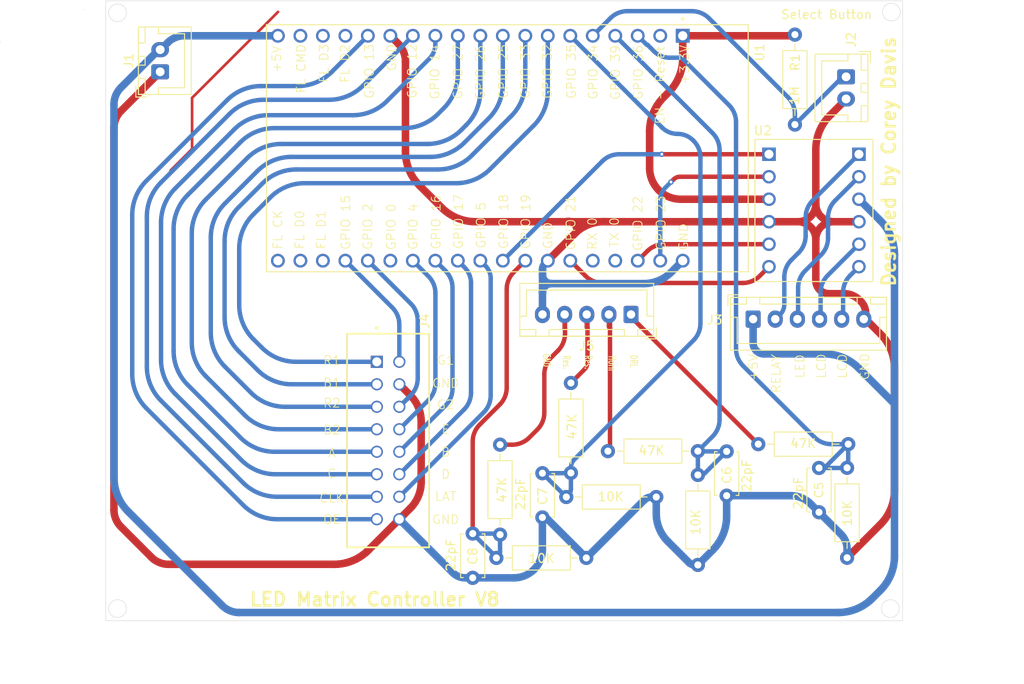
<source format=kicad_pcb>
(kicad_pcb (version 20221018) (generator pcbnew)
  (layers (0 "F.Cu" signal) (31 "B.Cu" signal) (34 "B.Paste" user) (35 "F.Paste" user) (36 "B.SilkS" user "B.Silkscreen") (37 "F.SilkS" user "F.Silkscreen") (38 "B.Mask" user) (39 "F.Mask" user) (44 "Edge.Cuts" user))
  (net 0 "")
  (net 1 "Net-(U1-SENSOR_VP)")
  (net 2 "GND")
  (net 3 "Net-(U1-SENSOR_VN)")
  (net 4 "Net-(U1-IO35)")
  (net 5 "Net-(U1-IO19)")
  (net 6 "+5V")
  (net 7 "Net-(J2-Pin_1)")
  (net 8 "Net-(J3-Pin_2)")
  (net 9 "Net-(J3-Pin_3)")
  (net 10 "Net-(J3-Pin_4)")
  (net 11 "Net-(J3-Pin_5)")
  (net 12 "Net-(J4-OE)")
  (net 13 "/Net-(J4-LAT)")
  (net 14 "Net-(J4-CLK)")
  (net 15 "/Net-(J4-D)")
  (net 16 "/Net-(J4-B)")
  (net 17 "Net-(J4-A)")
  (net 18 "/Net-(J4-E)")
  (net 19 "Net-(J4-C)")
  (net 20 "/Net-(J4-G2)")
  (net 21 "/Net-(J4-G1)")
  (net 22 "+3.3V")
  (net 23 "Net-(J5-Pin_2)")
  (net 24 "Net-(J5-Pin_3)")
  (net 29 "Net-(U1-IO23)")
  (net 30 "Net-(U1-IO22)")
  (net 33 "Net-(U1-IO21)")
  (net 34 "Net-(U1-IO18)")
  (net 39 "Net-(J4-R1)")
  (net 40 "Net-(J4-B1)")
  (net 41 "Net-(J4-R2)")
  (net 42 "Net-(J4-B2)")
  (net 43 "Net-(J5-Pin_4)")
  (net 44 "Net-(J5-Pin_1)")
  (footprint "Resistor_THT:R_Axial_DIN0207_L6.3mm_D2.5mm_P10.16mm_Horizontal" (layer "F.Cu") (at 87.03 84.28 90)
    (fp_text reference "R16" hide)
    (fp_text value "47K")
  )
  (footprint "Library:SAMTEC_ZSS-108-01-F-D-506" (layer "F.Cu") (at 73.113809 64.76 -90)
    (fp_text reference "J4")
    (fp_text value "ZSS-108-01-F-D-506")
  )
  (footprint "Connector_JST:JST_XH_B2B-XH-A_1x02_P2.50mm_Vertical" (layer "F.Cu") (at 126.11 32.575 -90)
    (fp_text reference "J2")
    (fp_text value "Select Button")
  )
  (footprint "Connector_JST:JST_XH_B2B-XH-A_1x02_P2.50mm_Vertical" (layer "F.Cu") (at 48.645 32.01 90)
    (fp_text reference "J1")
    (fp_text value "5V Power In")
  )
  (footprint "Connector_JST:JST_XH_B6B-XH-A_1x06_P2.50mm_Vertical" (layer "F.Cu") (at 115.61 59.94)
    (fp_text reference "J3")
    (fp_text value "LCD, Relay, LED Signal" hide)
  )
  (footprint "Resistor_THT:R_Axial_DIN0207_L6.3mm_D2.5mm_P10.16mm_Horizontal" (layer "F.Cu") (at 126.22 76.73 -90)
    (fp_text reference "R11" hide)
    (fp_text value "10K")
  )
  (footprint "Connector_JST:JST_XH_B5B-XH-A_1x05_P2.50mm_Vertical" (layer "F.Cu") (at 101.82 59.415 180)
    (fp_text reference "J5")
    (fp_text value "DRL, Horn Sense" hide)
  )
  (footprint "ESP32-DEVKITC-32D:MODULE_ESP32-DEVKITC-32D" (layer "F.Cu") (at 87.9 40.64 -90)
    (fp_text reference "U1")
    (fp_text value "ESP32-DEVKITC-32D")
  )
  (footprint "Capacitor_THT:C_Disc_D4.7mm_W2.5mm_P5.00mm" (layer "F.Cu") (at 91.81 77.34 -90)
    (fp_text reference "C7")
    (fp_text value "22pF")
  )
  (footprint "BOB-12009:CONV_BOB-12009" (layer "F.Cu") (at 122.48 47.67)
    (fp_text reference "U2")
    (fp_text value "BOB-12009")
  )
  (footprint "Resistor_THT:R_Axial_DIN0207_L6.3mm_D2.5mm_P10.16mm_Horizontal" (layer "F.Cu") (at 109.37 77.54 -90)
    (fp_text reference "R13" hide)
    (fp_text value "10K")
  )
  (footprint "Capacitor_THT:C_Disc_D4.7mm_W2.5mm_P5.00mm" (layer "F.Cu") (at 83.94 84.16 -90)
    (fp_text reference "C8")
    (fp_text value "22pF")
  )
  (footprint "Capacitor_THT:C_Disc_D4.7mm_W2.5mm_P5.00mm" (layer "F.Cu") (at 123.05 76.75 -90)
    (fp_text reference "C5" hide)
    (fp_text value "22pF")
  )
  (footprint "Resistor_THT:R_Axial_DIN0207_L6.3mm_D2.5mm_P10.16mm_Horizontal" (layer "F.Cu") (at 86.61 86.91)
    (fp_text reference "R17" hide)
    (fp_text value "10K")
  )
  (footprint "Resistor_THT:R_Axial_DIN0207_L6.3mm_D2.5mm_P10.16mm_Horizontal" (layer "F.Cu") (at 94.51 80.03)
    (fp_text reference "R15" hide)
    (fp_text value "10K")
  )
  (footprint "Capacitor_THT:C_Disc_D4.7mm_W2.5mm_P5.00mm" (layer "F.Cu") (at 112.62 74.88 -90)
    (fp_text reference "C6")
    (fp_text value "22pF")
  )
  (footprint "Resistor_THT:R_Axial_DIN0207_L6.3mm_D2.5mm_P10.16mm_Horizontal" (layer "F.Cu") (at 120.33 27.81 -90)
    (fp_text reference "R1")
    (fp_text value "1M")
  )
  (footprint "Resistor_THT:R_Axial_DIN0207_L6.3mm_D2.5mm_P10.16mm_Horizontal" (layer "F.Cu") (at 95.03 77.31 90)
    (fp_text reference "R14" hide)
    (fp_text value "47K")
  )
  (footprint "Resistor_THT:R_Axial_DIN0207_L6.3mm_D2.5mm_P10.16mm_Horizontal" (layer "F.Cu") (at 109.37 74.85 180)
    (fp_text reference "R12" hide)
    (fp_text value "47K")
  )
  (footprint "Resistor_THT:R_Axial_DIN0207_L6.3mm_D2.5mm_P10.16mm_Horizontal" (layer "F.Cu") (at 126.35 74.06 180)
    (fp_text reference "R10" hide)
    (fp_text value "47K")
  )
  (gr_circle (center 30.58 28.66) (end 30.58 28.66) (stroke (width 0.05)) (fill none) (layer "Edge.Cuts"))
  (gr_circle (center 131.22 25.26) (end 131.95 25.95) (stroke (width 0.05)) (fill none) (layer "Edge.Cuts"))
  (gr_circle (center 131.11 92.63) (end 131.84 93.32) (stroke (width 0.05)) (fill none) (layer "Edge.Cuts"))
  (gr_rect (start 42.5 24) (end 132.5 94) (stroke (width 0.05)) (fill none) (layer "Edge.Cuts"))
  (gr_circle (center 40 25) (end 40 25) (stroke (width 0.05)) (fill none) (layer "Edge.Cuts"))
  (gr_circle (center 43.83 92.63) (end 44.56 93.32) (stroke (width 0.05)) (fill none) (layer "Edge.Cuts"))
  (gr_circle (center 43.83 25.35) (end 44.56 26.04) (stroke (width 0.05)) (fill none) (layer "Edge.Cuts"))
  (gr_text "+5V" (at 116.24 66.98 90) (layer "F.SilkS") (effects (font (size 1 1) (thickness 0.1)) (justify left bottom)))
  (gr_text "GPIO 25" (at 87.98 35.1325 90) (layer "F.SilkS") (effects (font (size 1 1) (thickness 0.1)) (justify left bottom)))
  (gr_text "RX 0" (at 98.04 52.1825 90) (layer "F.SilkS") (effects (font (size 1 1) (thickness 0.1)) (justify left bottom)))
  (gr_text "FL CK" (at 62.51 52.1325 90) (layer "F.SilkS") (effects (font (size 1 1) (thickness 0.1)) (justify left bottom)))
  (gr_text "GPIO 34" (at 98.12 35.1925 90) (layer "F.SilkS") (effects (font (size 1 1) (thickness 0.1)) (justify left bottom)))
  (gr_text "GND" (at 108.34 52.2425 90) (layer "F.SilkS") (effects (font (size 1 1) (thickness 0.1)) (justify left bottom)))
  (gr_text "GND" (at 91.82 63.76 -90) (layer "F.SilkS") (effects (font (size 0.8 0.5) (thickness 0.1)) (justify left bottom)))
  (gr_text "GPIO 26" (at 85.39 35.2325 90) (layer "F.SilkS") (effects (font (size 1 1) (thickness 0.1)) (justify left bottom)))
  (gr_text "GND" (at 79.293809 83.16) (layer "F.SilkS") (effects (font (size 1 1) (thickness 0.1)) (justify left bottom)))
  (gr_text "GPIO 22" (at 103.18 52.3025 90) (layer "F.SilkS") (effects (font (size 1 1) (thickness 0.1)) (justify left bottom)))
  (gr_text "C" (at 67.47 77.97) (layer "F.SilkS") (effects (font (size 1 1) (thickness 0.1)) (justify left bottom)))
  (gr_text "GPIO 18" (at 88.02 52.0825 90) (layer "F.SilkS") (effects (font (size 1 1) (thickness 0.1)) (justify left bottom)))
  (gr_text "GPIO 39" (at 100.64 35.2525 90) (layer "F.SilkS") (effects (font (size 1 1) (thickness 0.1)) (justify left bottom)))
  (gr_text "GPIO 32" (at 92.97 35.1225 90) (layer "F.SilkS") (effects (font (size 1 1) (thickness 0.1)) (justify left bottom)))
  (gr_text "Res." (at 94.06 63.98 -90) (layer "F.SilkS") (effects (font (size 0.8 0.5) (thickness 0.1)) (justify left bottom)))
  (gr_text "GPIO 19" (at 90.51 52.1125 90) (layer "F.SilkS") (effects (font (size 1 1) (thickness 0.1)) (justify left bottom)))
  (gr_text "GPIO 36" (at 103.22 35.2125 90) (layer "F.SilkS") (effects (font (size 1 1) (thickness 0.1)) (justify left bottom)))
  (gr_text "B1" (at 66.993809 67.71) (layer "F.SilkS") (effects (font (size 1 1) (thickness 0.1)) (justify left bottom)))
  (gr_text "GPIO 5" (at 85.47 52.0225 90) (layer "F.SilkS") (effects (font (size 1 1) (thickness 0.1)) (justify left bottom)))
  (gr_text "GND" (at 93.03 52.0825 90) (layer "F.SilkS") (effects (font (size 1 1) (thickness 0.1)) (justify left bottom)))
  (gr_text "A" (at 67.541428 75.63) (layer "F.SilkS") (effects (font (size 1 1) (thickness 0.1)) (justify left bottom)))
  (gr_text "GPIO 0" (at 75.32 52.2125 90) (layer "F.SilkS") (effects (font (size 1 1) (thickness 0.1)) (justify left bottom)))
  (gr_text "GPIO 15" (at 70.18 52.1825 90) (layer "F.SilkS") (effects (font (size 1 1) (thickness 0.1)) (justify left bottom)))
  (gr_text "GPIO 16" (at 80.39 52.1425 90) (layer "F.SilkS") (effects (font (size 1 1) (thickness 0.1)) (justify left bottom)))
  (gr_text "GPIO 14" (at 80.25 35.2025 90) (layer "F.SilkS") (effects (font (size 1 1) (thickness 0.1)) (justify left bottom)))
  (gr_text "LCD" (at 123.91 66.71 90) (layer "F.SilkS") (effects (font (size 1 1) (thickness 0.1)) (justify left bottom)))
  (gr_text "B" (at 80.317619 75.55) (layer "F.SilkS") (effects (font (size 1 1) (thickness 0.1)) (justify left bottom)))
  (gr_text "D" (at 80.317619 78.05) (layer "F.SilkS") (effects (font (size 1 1) (thickness 0.1)) (justify left bottom)))
  (gr_text "G1" (at 79.841428 65.17) (layer "F.SilkS") (effects (font (size 1 1) (thickness 0.1)) (justify left bottom)))
  (gr_text "EN - Reset" (at 105.68 38 90) (layer "F.SilkS") (effects (font (size 1 1) (thickness 0.1)) (justify left bottom)))
  (gr_text "GPIO 4" (at 77.78 52.1825 90) (layer "F.SilkS") (effects (font (size 1 1) (thickness 0.1)) (justify left bottom)))
  (gr_text "Res." (at 96.52 63.96 -90) (layer "F.SilkS") (effects (font (size 0.8 0.5) (thickness 0.1)) (justify left bottom)))
  (gr_text "LED\n" (at 121.49 66.69 90) (layer "F.SilkS") (effects (font (size 1 1) (thickness 0.1)) (justify left bottom)))
  (gr_text "GPIO 23" (at 105.79 52.2425 90) (layer "F.SilkS") (effects (font (size 1 1) (thickness 0.1)) (justify left bottom)))
  (gr_text "FL D1" (at 67.41 52.1125 90) (layer "F.SilkS") (effects (font (size 1 1) (thickness 0.1)) (justify left bottom)))
  (gr_text "FL D3" (at 67.74 33.3025 90) (layer "F.SilkS") (effects (font (size 1 1) (thickness 0.1) bold) (justify left bottom)))
  (gr_text "Horn" (at 99.21 64 -90) (layer "F.SilkS") (effects (font (size 0.8 0.5) (thickness 0.1)) (justify left bottom)))
  (gr_text "GPIO 35" (at 95.67 35.1325 90) (layer "F.SilkS") (effects (font (size 1 1) (thickness 0.1)) (justify left bottom)))
  (gr_text "OE" (at 66.993809 83.15) (layer "F.SilkS") (effects (font (size 1 1) (thickness 0.1)) (justify left bottom)))
  (gr_text "TX 0" (at 100.53 51.9325 90) (layer "F.SilkS") (effects (font (size 1 1) (thickness 0.1)) (justify left bottom)))
  (gr_text "GPIO 2" (at 72.67 52.1825 90) (layer "F.SilkS") (effects (font (size 1 1) (thickness 0.1)) (justify left bottom)))
  (gr_text "CLK" (at 66.565238 80.74) (layer "F.SilkS") (effects (font (size 1 1) (thickness 0.1)) (justify left bottom)))
  (gr_text "DRL" (at 101.67 63.93 -90) (layer "F.SilkS") (effects (font (size 0.8 0.5) (thickness 0.1)) (justify left bottom)))
  (gr_text "R2" (at 66.993809 70) (layer "F.SilkS") (effects (font (size 1 1) (thickness 0.1)) (justify left bottom)))
  (gr_text "GND" (at 128.8 66.9 90) (layer "F.SilkS") (effects (font (size 1 1) (thickness 0.1)) (justify left bottom)))
  (gr_text "R1" (at 66.993809 65.2) (layer "F.SilkS") (effects (font (size 1 1) (thickness 0.1)) (justify left bottom)))
  (gr_text "FL D2" (at 70.11 33.3325 90) (layer "F.SilkS") (effects (font (size 1 1) (thickness 0.1) bold) (justify left bottom)))
  (gr_text "Designed by Corey Davis" (at 131.81 56.42 90) (layer "F.SilkS") (effects (font (size 1.5 1.5) (thickness 0.3) bold) (justify left bottom)))
  (gr_text "GPIO 12" (at 77.69 35.0925 90) (layer "F.SilkS") (effects (font (size 1 1) (thickness 0.1)) (justify left bottom)))
  (gr_text "GPIO 27" (at 82.86 35.1725 90) (layer "F.SilkS") (effects (font (size 1 1) (thickness 0.1)) (justify left bottom)))
  (gr_text "G2" (at 79.841428 70.19) (layer "F.SilkS") (effects (font (size 1 1) (thickness 0.1)) (justify left bottom)))
  (gr_text "GPIO 17" (at 82.92 52.0825 90) (layer "F.SilkS") (effects (font (size 1 1) (thickness 0.1)) (justify left bottom)))
  (gr_text "FL D0" (at 65 52.1125 90) (layer "F.SilkS") (effects (font (size 1 1) (thickness 0.1)) (justify left bottom)))
  (gr_text "E" (at 80.365238 72.99) (layer "F.SilkS") (effects (font (size 1 1) (thickness 0.1)) (justify left bottom)))
  (gr_text "RELAY" (at 118.8 68.37 90) (layer "F.SilkS") (effects (font (size 1 1) (thickness 0.1)) (justify left bottom)))
  (gr_text "B2" (at 66.993809 73.04) (layer "F.SilkS") (effects (font (size 1 1) (thickness 0.1)) (justify left bottom)))
  (gr_text "LCD" (at 126.28 66.72 90) (layer "F.SilkS") (effects (font (size 1 1) (thickness 0.1)) (justify left bottom)))
  (gr_text "FL CMD" (at 65.15 34.5125 90) (layer "F.SilkS") (effects (font (size 1 1) (thickness 0.1) bold) (justify left bottom)))
  (gr_text "GND" (at 79.293809 67.77) (layer "F.SilkS") (effects (font (size 1 1) (thickness 0.1)) (justify left bottom)))
  (gr_text "+5V" (at 62.38 32.1725 90) (layer "F.SilkS") (effects (font (size 1 1) (thickness 0.1) bold) (justify left bottom)))
  (gr_text "LAT" (at 79.603333 80.54) (layer "F.SilkS") (effects (font (size 1 1) (thickness 0.1)) (justify left bottom)))
  (gr_text "+3.3V" (at 108.45 33.5125 90) (layer "F.SilkS") (effects (font (size 1 1) (thickness 0.1)) (justify left bottom)))
  (gr_text "GPIO 13" (at 72.85 35.1225 90) (layer "F.SilkS") (effects (font (size 1 1) (thickness 0.1) bold) (justify left bottom)))
  (gr_text "GPIO 21" (at 95.61 52.2125 90) (layer "F.SilkS") (effects (font (size 1 1) (thickness 0.1)) (justify left bottom)))
  (gr_text "GPIO 33" (at 90.47 35.1325 90) (layer "F.SilkS") (effects (font (size 1 1) (thickness 0.1)) (justify left bottom)))
  (gr_text "LED Matrix Controller V8" (at 58.61 92.47) (layer "F.SilkS") (effects (font (size 1.5 1.5) (thickness 0.3) bold) (justify left bottom)))
  (gr_text "GND" (at 75.38 31.9825 90) (layer "F.SilkS") (effects (font (size 1 1) (thickness 0.1)) (justify left bottom)))
  (segment (start 52.25 34.95) (end 52.25 40.72) (width 0.3) (layer "F.Cu") (net 0))
  (segment (start 61.96 25.24) (end 52.25 34.95) (width 0.3) (layer "F.Cu") (net 0))
  (segment (start 52.25 40.72) (end 49.82 43.15) (width 0.3) (layer "F.Cu") (net 0))
  (segment (start 126.24125 76.70875) (end 126.24 76.71) (width 0.5) (layer "B.Cu") (net 1))
  (segment (start 126.23625 76.71375) (end 126.234999 76.714999) (width 0.5) (layer "B.Cu") (net 1))
  (segment (start 126.248124 76.701874) (end 126.251952 76.698045) (width 0.5) (layer "B.Cu") (net 1))
  (segment (start 126.232811 76.717186) (end 126.231874 76.718123) (width 0.5) (layer "B.Cu") (net 1))
  (segment (start 126.21375 76.73625) (end 126.212499 76.737499) (width 0.5) (layer "B.Cu") (net 1))
  (segment (start 126.232811 76.717186) (end 126.233123 76.716874) (width 0.5) (layer "B.Cu") (net 1))
  (segment (start 126.210234 76.739764) (end 126.210078 76.739921) (width 0.5) (layer "B.Cu") (net 1))
  (segment (start 126.35 74.06) (end 123.875667 76.534332) (width 0.5) (layer "B.Cu") (net 1))
  (segment (start 126.259374 76.690623) (end 126.257811 76.692186) (width 0.5) (layer "B.Cu") (net 1))
  (segment (start 126.280545 76.669452) (end 126.278202 76.671795) (width 0.5) (layer "B.Cu") (net 1))
  (segment (start 106.168507 30.414877) (end 107.515123 30.414877) (width 0.5) (layer "B.Cu") (net 1))
  (segment (start 126.23414 76.715858) (end 126.233906 76.716093) (width 0.5) (layer "B.Cu") (net 1))
  (segment (start 126.214999 76.734999) (end 126.21375 76.73625) (width 0.5) (layer "B.Cu") (net 1))
  (segment (start 103.564818 28.924818) (end 102.58 27.94) (width 0.5) (layer "B.Cu") (net 1))
  (segment (start 126.284062 76.665937) (end 126.285 76.665) (width 0.5) (layer "B.Cu") (net 1))
  (segment (start 126.231562 76.718436) (end 126.229999 76.719999) (width 0.5) (layer "B.Cu") (net 1))
  (segment (start 126.24375 76.70625) (end 126.2425 76.7075) (width 0.5) (layer "B.Cu") (net 1))
  (segment (start 126.26656 76.683436) (end 126.261248 76.688748) (width 0.5) (layer "B.Cu") (net 1))
  (segment (start 126.231874 76.718123) (end 126.231562 76.718436) (width 0.5) (layer "B.Cu") (net 1))
  (segment (start 126.223358 76.726639) (end 126.226639 76.723358) (width 0.5) (layer "B.Cu") (net 1))
  (segment (start 126.248124 76.701874) (end 126.245625 76.704375) (width 0.5) (layer "B.Cu") (net 1))
  (segment (start 126.254294 76.695701) (end 126.254685 76.695311) (width 0.5) (layer "B.Cu") (net 1))
  (segment (start 126.221562 76.728436) (end 126.219999 76.729999) (width 0.5) (layer "B.Cu") (net 1))
  (segment (start 126.233593 76.716406) (end 126.233436 76.716562) (width 0.5) (layer "B.Cu") (net 1))
  (segment (start 126.261248 76.688748) (end 126.259374 76.690623) (width 0.5) (layer "B.Cu") (net 1))
  (segment (start 126.26656 76.683436) (end 126.267186 76.682811) (width 0.5) (layer "B.Cu") (net 1))
  (segment (start 126.275858 76.674138) (end 126.273749 76.676248) (width 0.5) (layer "B.Cu") (net 1))
  (segment (start 126.210078 76.739921) (end 126.21 76.74) (width 0.5) (layer "B.Cu") (net 1))
  (segment (start 126.284062 76.665937) (end 126.282187 76.667812) (width 0.5) (layer "B.Cu") (net 1))
  (segment (start 126.218123 76.731874) (end 126.217186 76.732811) (width 0.5) (layer "B.Cu") (net 1))
  (segment (start 126.228436 76.721562) (end 126.228358 76.72164) (width 0.5) (layer "B.Cu") (net 1))
  (segment (start 126.245625 76.704375) (end 126.245 76.705) (width 0.5) (layer "B.Cu") (net 1))
  (segment (start 126.273749 76.676248) (end 126.267186 76.682811) (width 0.5) (layer "B.Cu") (net 1))
  (segment (start 126.212108 76.737889) (end 126.212499 76.737499) (width 0.5) (layer "B.Cu") (net 1))
  (segment (start 122.522781 73.263103) (end 114.476896 65.217218) (width 0.5) (layer "B.Cu") (net 1))
  (segment (start 126.23875 76.71125) (end 126.2375 76.7125) (width 0.5) (layer "B.Cu") (net 1))
  (segment (start 126.228358 76.72164) (end 126.226639 76.723358) (width 0.5) (layer "B.Cu") (net 1))
  (segment (start 112.883103 35.773103) (end 107.656896 30.546896) (width 0.5) (layer "B.Cu") (net 1))
  (segment (start 126.212108 76.737889) (end 126.21164 76.738358) (width 0.5) (layer "B.Cu") (net 1))
  (segment (start 126.223358 76.726639) (end 126.221639 76.728358) (width 0.5) (layer "B.Cu") (net 1))
  (segment (start 126.210234 76.739764) (end 126.210312 76.739686) (width 0.5) (layer "B.Cu") (net 1))
  (segment (start 126.211093 76.738906) (end 126.210936 76.739062) (width 0.5) (layer "B.Cu") (net 1))
  (segment (start 113.68 63.29334) (end 113.68 37.696981) (width 0.5) (layer "B.Cu") (net 1))
  (segment (start 126.2375 76.7125) (end 126.23625 76.71375) (width 0.5) (layer "B.Cu") (net 1))
  (segment (start 126.218123 76.731874) (end 126.218436 76.731562) (width 0.5) (layer "B.Cu") (net 1))
  (segment (start 126.2425 76.7075) (end 126.24125 76.70875) (width 0.5) (layer "B.Cu") (net 1))
  (segment (start 126.214999 76.734999) (end 126.215389 76.734608) (width 0.5) (layer "B.Cu") (net 1))
  (segment (start 126.24 76.71) (end 126.23875 76.71125) (width 0.5) (layer "B.Cu") (net 1))
  (segment (start 126.21164 76.738358) (end 126.211406 76.738593) (width 0.5) (layer "B.Cu") (net 1))
  (segment (start 126.278202 76.671795) (end 126.275858 76.674138) (width 0.5) (layer "B.Cu") (net 1))
  (segment (start 126.219999 76.729999) (end 126.218436 76.731562) (width 0.5) (layer "B.Cu") (net 1))
  (segment (start 126.257811 76.692186) (end 126.256248 76.693749) (width 0.5) (layer "B.Cu") (net 1))
  (segment (start 104.40399 29.68399) (end 103.701387 28.981387) (width 0.5) (layer "B.Cu") (net 1))
  (segment (start 126.35 74.06) (end 126.35 76.508076) (width 0.5) (layer "B.Cu") (net 1))
  (segment (start 126.215858 76.734139) (end 126.215389 76.734608) (width 0.5) (layer "B.Cu") (net 1))
  (segment (start 126.233436 76.716562) (end 126.233123 76.716874) (width 0.5) (layer "B.Cu") (net 1))
  (segment (start 126.210936 76.739062) (end 126.210624 76.739374) (width 0.5) (layer "B.Cu") (net 1))
  (segment (start 126.216092 76.733905) (end 126.215858 76.734139) (width 0.5) (layer "B.Cu") (net 1))
  (segment (start 126.234608 76.715389) (end 126.234999 76.714999) (width 0.5) (layer "B.Cu") (net 1))
  (segment (start 126.245 76.705) (end 126.24375 76.70625) (width 0.5) (layer "B.Cu") (net 1))
  (segment (start 123.355 76.75) (end 126.185857 76.75) (width 0.5) (layer "B.Cu") (net 1))
  (segment (start 126.217186 76.732811) (end 126.216718 76.73328) (width 0.5) (layer "B.Cu") (net 1))
  (segment (start 126.234608 76.715389) (end 126.23414 76.715858) (width 0.5) (layer "B.Cu") (net 1))
  (segment (start 126.229999 76.719999) (end 126.228436 76.721562) (width 0.5) (layer "B.Cu") (net 1))
  (segment (start 126.254294 76.695701) (end 126.251952 76.698045) (width 0.5) (layer "B.Cu") (net 1))
  (segment (start 124.446659 74.06) (end 126.35 74.06) (width 0.5) (layer "B.Cu") (net 1))
  (segment (start 126.256248 76.693749) (end 126.254685 76.695311) (width 0.5) (layer "B.Cu") (net 1))
  (segment (start 126.221639 76.728358) (end 126.221562 76.728436) (width 0.5) (layer "B.Cu") (net 1))
  (segment (start 126.280545 76.669452) (end 126.282187 76.667812) (width 0.5) (layer "B.Cu") (net 1))
  (segment (start 126.210624 76.739374) (end 126.210312 76.739686) (width 0.5) (layer "B.Cu") (net 1))
  (arc (start 124.446659 74.06) (mid 123.405464 73.852893) (end 122.522781 73.263103) (width 0.5) (layer "B.Cu") (net 1))
  (arc (start 126.211406 76.738593) (mid 126.211249 76.738749) (end 126.211093 76.738906) (width 0.5) (layer "B.Cu") (net 1))
  (arc (start 126.216405 76.733593) (mid 126.216248 76.733749) (end 126.216092 76.733905) (width 0.5) (layer "B.Cu") (net 1))
  (arc (start 104.40399 29.68399) (mid 105.213557 30.224925) (end 106.168507 30.414877) (width 0.5) (layer "B.Cu") (net 1))
  (arc (start 126.285 76.665) (mid 126.333107 76.593002) (end 126.35 76.508076) (width 0.5) (layer "B.Cu") (net 1))
  (arc (start 103.701387 28.981387) (mid 103.670058 28.960453) (end 103.633103 28.953103) (width 0.5) (layer "B.Cu") (net 1))
  (arc (start 126.233906 76.716093) (mid 126.233749 76.716249) (end 126.233593 76.716406) (width 0.5) (layer "B.Cu") (net 1))
  (arc (start 126.216718 76.73328) (mid 126.216561 76.733436) (end 126.216405 76.733593) (width 0.5) (layer "B.Cu") (net 1))
  (arc (start 126.21 76.74) (mid 126.198923 76.747401) (end 126.185857 76.75) (width 0.5) (layer "B.Cu") (net 1))
  (arc (start 113.68 63.29334) (mid 113.887106 64.334535) (end 114.476896 65.217218) (width 0.5) (layer "B.Cu") (net 1))
  (arc (start 112.883103 35.773103) (mid 113.472893 36.655786) (end 113.68 37.696981) (width 0.5) (layer "B.Cu") (net 1))
  (arc (start 123.355 76.75) (mid 123.636783 76.693949) (end 123.875667 76.534332) (width 0.5) (layer "B.Cu") (net 1))
  (arc (start 103.633103 28.953103) (mid 103.596147 28.945751) (end 103.564818 28.924818) (width 0.5) (layer "B.Cu") (net 1))
  (segment (start 102.675757 48.94) (end 102.645479 48.94) (width 0.85) (layer "F.Cu") (net 2))
  (segment (start 124.283792 36.941207) (end 126.11 35.115) (width 0.85) (layer "F.Cu") (net 2))
  (segment (start 101.668835 48.94) (end 101.165374 48.94) (width 0.85) (layer "F.Cu") (net 2))
  (segment (start 112.559392 48.94) (end 112.333336 48.94) (width 0.85) (layer "F.Cu") (net 2))
  (segment (start 125.902979 57.07) (end 124.192253 57.07) (width 0.85) (layer "F.Cu") (net 2))
  (segment (start 110.179232 48.94) (end 110.06391 48.94) (width 0.85) (layer "F.Cu") (net 2))
  (segment (start 99.073963 48.94) (end 94.476856 48.94) (width 0.85) (layer "F.Cu") (net 2))
  (segment (start 99.474265 48.94) (end 99.385309 48.94) (width 0.85) (layer "F.Cu") (net 2))
  (segment (start 117.870464 48.94) (end 117.4 48.94) (width 0.85) (layer "F.Cu") (net 2))
  (segment (start 109.271722 48.94) (end 108.628275 48.94) (width 0.85) (layer "F.Cu") (net 2))
  (segment (start 114.0029 48.94) (end 113.580347 48.94) (width 0.85) (layer "F.Cu") (net 2))
  (segment (start 49.576981 87.63) (end 68.202979 87.63) (width 0.85) (layer "F.Cu") (net 2))
  (segment (start 112.21572 48.94) (end 111.754432 48.94) (width 0.85) (layer "F.Cu") (net 2))
  (segment (start 116.135628 48.94) (end 116.106224 48.94) (width 0.85) (layer "F.Cu") (net 2))
  (segment (start 99.963526 48.94) (end 99.6077 48.94) (width 0.85) (layer "F.Cu") (net 2))
  (segment (start 114.466482 48.94) (end 114.0029 48.94) (width 0.85) (layer "F.Cu") (net 2))
  (segment (start 122.69 50.939998) (end 122.69 55.567746) (width 0.85) (layer "F.Cu") (net 2))
  (segment (start 117.4 48.94) (end 116.929536 48.94) (width 0.85) (layer "F.Cu") (net 2))
  (segment (start 112.667832 48.94) (end 112.559392 48.94) (width 0.85) (layer "F.Cu") (net 2))
  (segment (start 78.12 71.510051) (end 78.12 78.329948) (width 0.85) (layer "F.Cu") (net 2))
  (segment (start 113.463878 48.94) (end 113.347409 48.94) (width 0.85) (layer "F.Cu") (net 2))
  (segment (start 105.643475 48.94) (end 105.598146 48.94) (width 0.85) (layer "F.Cu") (net 2))
  (segment (start 99.474265 48.94) (end 99.6077 48.94) (width 0.85) (layer "F.Cu") (net 2))
  (segment (start 115.342293 48.94) (end 115.22353 48.94) (width 0.85) (layer "F.Cu") (net 2))
  (segment (start 131.575 79.281036) (end 131.575 65.458963) (width 0.85) (layer "F.Cu") (net 2))
  (segment (start 103.803791 48.94) (end 103.521783 48.94) (width 0.85) (layer "F.Cu") (net 2))
  (segment (start 115.04768 48.94) (end 114.814742 48.94) (width 0.85) (layer "F.Cu") (net 2))
  (segment (start 124.689998 48.94) (end 127.56 48.94) (width 0.85) (layer "F.Cu") (net 2))
  (segment (start 129.981207 83.128792) (end 126.22 86.89) (width 0.85) (layer "F.Cu") (net 2))
  (segment (start 105.598146 48.94) (end 105.321751 48.94) (width 0.85) (layer "F.Cu") (net 2))
  (segment (start 104.723633 48.94) (end 103.803791 48.94) (width 0.85) (layer "F.Cu") (net 2))
  (segment (start 99.118441 48.94) (end 99.073963 48.94) (width 0.85) (layer "F.Cu") (net 2))
  (segment (start 106.010527 48.94) (end 105.643475 48.94) (width 0.85) (layer "F.Cu") (net 2))
  (segment (start 103.165957 48.94) (end 103.092139 48.94) (width 0.85) (layer "F.Cu") (net 2))
  (segment (start 100.319352 48.94) (end 99.963526 48.94) (width 0.85) (layer "F.Cu") (net 2))
  (segment (start 110.510131 48.94) (end 110.327972 48.94) (width 0.85) (layer "F.Cu") (net 2))
  (segment (start 110.294554 48.94) (end 110.327972 48.94) (width 0.85) (layer "F.Cu") (net 2))
  (segment (start 108.226463 48.94) (end 108.066285 48.94) (width 0.85) (layer "F.Cu") (net 2))
  (segment (start 115.22353 48.94) (end 115.104767 48.94) (width 0.85) (layer "F.Cu") (net 2))
  (segment (start 110.831855 48.94) (end 110.69229 48.94) (width 0.85) (layer "F.Cu") (net 2))
  (segment (start 111.142931 48.94) (end 110.982069 48.94) (width 0.85) (layer "F.Cu") (net 2))
  (segment (start 76.345 30.850617) (end 76.345 41.011036) (width 0.85) (layer "F.Cu") (net 2))
  (segment (start 119.75232 48.94) (end 118.811392 48.94) (width 0.85) (layer "F.Cu") (net 2))
  (segment (start 110.590562 48.94) (end 110.510131 48.94) (width 0.85) (layer "F.Cu") (net 2))
  (segment (start 107.664472 48.94) (end 108.066285 48.94) (width 0.85) (layer "F.Cu") (net 2))
  (segment (start 112.21572 48.94) (end 112.333336 48.94) (width 0.85) (layer "F.Cu") (net 2))
  (segment (start 120.690001 48.94) (end 119.75232 48.94) (width 0.85) (layer "F.Cu") (net 2))
  (segment (start 104.723633 48.94) (end 105.045356 48.94) (width 0.85) (layer "F.Cu") (net 2))
  (segment (start 103.092139 48.94) (end 102.883948 48.94) (width 0.85) (layer "F.Cu") (net 2))
  (segment (start 99.207397 48.94) (end 99.118441 48.94) (width 0.85) (layer "F.Cu") (net 2))
  (segment (start 110.611859 48.94) (end 110.590562 48.94) (width 0.85) (layer "F.Cu") (net 2))
  (segment (start 43.425 81.478018) (end 43.425 38.356981) (width 0.85) (layer "F.Cu") (net 2))
  (segment (start 68.630104 87.619694) (end 68.736632 87.611309) (width 0.85) (layer "F.Cu") (net 2))
  (segment (start 103.521783 48.94) (end 103.165957 48.94) (width 0.85) (layer "F.Cu") (net 2))
  (segment (start 116.81192 48.94) (end 116.576688 48.94) (width 0.85) (layer "F.Cu") (net 2))
  (segment (start 102.497844 48.94) (end 102.350209 48.94) (width 0.85) (layer "F.Cu") (net 2))
  (segment (start 114.814742 48.94) (end 114.581804 48.94) (width 0.85) (layer "F.Cu") (net 2))
  (segment (start 112.69536 48.94) (end 112.686184 48.94) (width 0.85) (layer "F.Cu") (net 2))
  (segment (start 102.172296 48.94) (end 101.668835 48.94) (width 0.85) (layer "F.Cu") (net 2))
  (segment (start 112.808388 48.94) (end 112.69536 48.94) (width 0.85) (layer "F.Cu") (net 2))
  (segment (start 115.988608 48.94) (end 115.870992 48.94) (width 0.85) (layer "F.Cu") (net 2))
  (segment (start 111.754432 48.94) (end 111.293144 48.94) (width 0.85) (layer "F.Cu") (net 2))
  (segment (start 116.929536 48.94) (end 116.81192 48.94) (width 0.85) (layer "F.Cu") (net 2))
  (segment (start 102.645479 48.94) (end 102.497844 48.94) (width 0.85) (layer "F.Cu") (net 2))
  (segment (start 112.677008 48.94) (end 112.667832 48.94) (width 0.85) (layer "F.Cu") (net 2))
  (segment (start 111.142931 48.94) (end 111.293144 48.94) (width 0.85) (layer "F.Cu") (net 2))
  (segment (start 109.651107 48.94) (end 109.535785 48.94) (width 0.85) (layer "F.Cu") (net 2))
  (segment (start 102.883948 48.94) (end 102.675757 48.94) (width 0.85) (layer "F.Cu") (net 2))
  (segment (start 115.841588 48.94) (end 115.665164 48.94) (width 0.85) (layer "F.Cu") (net 2))
  (segment (start 109.271722 48.94) (end 109.535785 48.94) (width 0.85) (layer "F.Cu") (net 2))
  (segment (start 110.06391 48.94) (end 109.766429 48.94) (width 0.85) (layer "F.Cu") (net 2))
  (segment (start 108.386641 48.94) (end 108.628275 48.94) (width 0.85) (layer "F.Cu") (net 2))
  (segment (start 110.633156 48.94) (end 110.69229 48.94) (width 0.85) (layer "F.Cu") (net 2))
  (segment (start 129.981207 61.611207) (end 128.568093 60.198093) (width 0.85) (layer "F.Cu") (net 2))
  (segment (start 128.31 59.575) (end 128.31 59.21) (width 0.85) (layer "F.Cu") (net 2))
  (segment (start 99.385309 48.94) (end 99.296353 48.94) (width 0.85) (layer "F.Cu") (net 2))
  (segment (start 99.207397 48.94) (end 99.296353 48.94) (width 0.85) (layer "F.Cu") (net 2))
  (segment (start 110.97142 48.94) (end 110.831855 48.94) (width 0.85) (layer "F.Cu") (net 2))
  (segment (start 116.194436 48.94) (end 116.135628 48.94) (width 0.85) (layer "F.Cu") (net 2))
  (segment (start 44.221896 36.433103) (end 48.645 32.01) (width 0.85) (layer "F.Cu") (net 2))
  (segment (start 118.458544 48.94) (end 118.223312 48.94) (width 0.85) (layer "F.Cu") (net 2))
  (segment (start 118.223312 48.94) (end 117.98808 48.94) (width 0.85) (layer "F.Cu") (net 2))
  (segment (start 109.766429 48.94) (end 109.651107 48.94) (width 0.85) (layer "F.Cu") (net 2))
  (segment (start 80.426207 47.346207) (end 77.938792 44.858792) (width 0.85) (layer "F.Cu") (net 2))
  (segment (start 116.341456 48.94) (end 116.253244 48.94) (width 0.85) (layer "F.Cu") (net 2))
  (segment (start 122.69 40.788963) (end 122.69 46.940001) (width 0.85) (layer "F.Cu") (net 2))
  (segment (start 95.674548 50.085451) (end 92.42 53.34) (width 0.85) (layer "F.Cu") (net 2))
  (segment (start 101.031004 48.94) (end 100.675178 48.94) (width 0.85) (layer "F.Cu") (net 2))
  (segment (start 114.466482 48.94) (end 114.581804 48.94) (width 0.85) (layer "F.Cu") (net 2))
  (segment (start 75.4925 28.7925) (end 74.64 27.94) (width 0.85) (layer "F.Cu") (net 2))
  (segment (start 110.294554 48.94) (end 110.179232 48.94) (width 0.85) (layer "F.Cu") (net 2))
  (segment (start 113.580347 48.94) (end 113.463878 48.94) (width 0.85) (layer "F.Cu") (net 2))
  (segment (start 115.870992 48.94) (end 115.841588 48.94) (width 0.85) (layer "F.Cu") (net 2))
  (segment (start 107.664472 48.94) (end 106.700669 48.94) (width 0.85) (layer "F.Cu") (net 2))
  (segment (start 100.675178 48.94) (end 100.319352 48.94) (width 0.85) (layer "F.Cu") (net 2))
  (segment (start 110.97142 48.94) (end 110.982069 48.94) (width 0.85) (layer "F.Cu") (net 2))
  (segment (start 117.98808 48.94) (end 117.870464 48.94) (width 0.85) (layer "F.Cu") (net 2))
  (segment (start 110.633156 48.94) (end 110.611859 48.94) (width 0.85) (layer "F.Cu") (net 2))
  (segment (start 112.686184 48.94) (end 112.677008 48.94) (width 0.85) (layer "F.Cu") (net 2))
  (segment (start 116.253244 48.94) (end 116.194436 48.94) (width 0.85) (layer "F.Cu") (net 2))
  (segment (start 72.233166 85.960641) (end 75.653809 82.54) (width 0.85) (layer "F.Cu") (net 2))
  (segment (start 106.700669 48.94) (end 106.377579 48.94) (width 0.85) (layer "F.Cu") (net 2))
  (segment (start 108.386641 48.94) (end 108.226463 48.94) (width 0.85) (layer "F.Cu") (net 2))
  (segment (start 116.106224 48.94) (end 115.988608 48.94) (width 0.85) (layer "F.Cu") (net 2))
  (segment (start 113.04362 48.94) (end 112.808388 48.94) (width 0.85) (layer "F.Cu") (net 2))
  (segment (start 106.377579 48.94) (end 106.010527 48.94) (width 0.85) (layer "F.Cu") (net 2))
  (segment (start 76.886904 68.533095) (end 75.653809 67.3) (width 0.85) (layer "F.Cu") (net 2))
  (segment (start 71.923846 86.255367) (end 71.842591 86.324766) (width 0.85) (layer "F.Cu") (net 2))
  (segment (start 116.576688 48.94) (end 116.341456 48.94) (width 0.85) (layer "F.Cu") (net 2))
  (segment (start 115.342293 48.94) (end 115.665164 48.94) (width 0.85) (layer "F.Cu") (net 2))
  (segment (start 44.221896 83.401896) (end 47.653103 86.833103) (width 0.85) (layer "F.Cu") (net 2))
  (segment (start 113.04362 48.94) (end 113.347409 48.94) (width 0.85) (layer "F.Cu") (net 2))
  (segment (start 127.605 57.775) (end 127.793812 57.963812) (width 0.85) (layer "F.Cu") (net 2))
  (segment (start 101.031004 48.94) (end 101.165374 48.94) (width 0.85) (layer "F.Cu") (net 2))
  (segment (start 105.321751 48.94) (end 105.045356 48.94) (width 0.85) (layer "F.Cu") (net 2))
  (segment (start 76.886904 81.306904) (end 75.653809 82.54) (width 0.85) (layer "F.Cu") (net 2))
  (segment (start 115.04768 48.94) (end 115.104767 48.94) (width 0.85) (layer "F.Cu") (net 2))
  (segment (start 102.172296 48.94) (end 102.350209 48.94) (width 0.85) (layer "F.Cu") (net 2))
  (segment (start 84.273963 48.94) (end 94.476856 48.94) (width 0.85) (layer "F.Cu") (net 2))
  (segment (start 118.458544 48.94) (end 118.811392 48.94) (width 0.85) (layer "F.Cu") (net 2))
  (arc (start 124.689998 48.94) (mid 123.275785 48.354213) (end 122.69 46.940001) (width 0.85) (layer "F.Cu") (net 2))
  (arc (start 78.12 78.329948) (mid 77.799528 79.941065) (end 76.886904 81.306904) (width 0.85) (layer "F.Cu") (net 2))
  (arc (start 69.160788 87.561105) (mid 68.949203 87.590371) (end 68.736632 87.611309) (width 0.85) (layer "F.Cu") (net 2))
  (arc (start 71.923846 86.255367) (mid 72.003853 86.184594) (end 72.081354 86.111085) (width 0.85) (layer "F.Cu") (net 2))
  (arc (start 131.575 79.281036) (mid 131.160786 81.363426) (end 129.981207 83.128792) (width 0.85) (layer "F.Cu") (net 2))
  (arc (start 68.202979 87.63) (mid 68.309843 87.629759) (end 68.416706 87.62904) (width 0.85) (layer "F.Cu") (net 2))
  (arc (start 77.938792 44.858792) (mid 76.759213 43.093426) (end 76.345 41.011036) (width 0.85) (layer "F.Cu") (net 2))
  (arc (start 76.345 30.850617) (mid 76.123442 29.736772) (end 75.4925 28.7925) (width 0.85) (layer "F.Cu") (net 2))
  (arc (start 69.579697 87.477776) (mid 69.786376 87.423842) (end 69.990778 87.361836) (width 0.85) (layer "F.Cu") (net 2))
  (arc (start 123.13 56.63) (mid 122.804352 56.142633) (end 122.69 55.567746) (width 0.85) (layer "F.Cu") (net 2))
  (arc (start 71.507169 86.589191) (mid 71.677476 86.460271) (end 71.842591 86.324766) (width 0.85) (layer "F.Cu") (net 2))
  (arc (start 43.425 81.478018) (mid 43.632106 82.519213) (end 44.221896 83.401896) (width 0.85) (layer "F.Cu") (net 2))
  (arc (start 123.13 56.63) (mid 123.617366 56.955647) (end 124.192253 57.07) (width 0.85) (layer "F.Cu") (net 2))
  (arc (start 128.568093 60.198093) (mid 128.377076 59.912215) (end 128.31 59.575) (width 0.85) (layer "F.Cu") (net 2))
  (arc (start 69.160788 87.561105) (mid 69.37106 87.523553) (end 69.579697 87.477776) (width 0.85) (layer "F.Cu") (net 2))
  (arc (start 125.902979 57.07) (mid 126.824106 57.253223) (end 127.605 57.775) (width 0.85) (layer "F.Cu") (net 2))
  (arc (start 68.630104 87.619694) (mid 68.523486 87.626222) (end 68.416706 87.62904) (width 0.85) (layer "F.Cu") (net 2))
  (arc (start 120.690001 48.94) (mid 122.104213 49.525785) (end 122.69 50.939998) (width 0.85) (layer "F.Cu") (net 2))
  (arc (start 72.233166 85.960641) (mid 72.15743 86.036034) (end 72.081354 86.111085) (width 0.85) (layer "F.Cu") (net 2))
  (arc (start 120.690001 48.94) (mid 122.104213 48.354213) (end 122.69 46.940001) (width 0.85) (layer "F.Cu") (net 2))
  (arc (start 129.981207 61.611207) (mid 131.160786 63.376572) (end 131.575 65.458963) (width 0.85) (layer "F.Cu") (net 2))
  (arc (start 127.793812 57.963812) (mid 128.175847 58.535567) (end 128.31 59.21) (width 0.85) (layer "F.Cu") (net 2))
  (arc (start 84.273963 48.94) (mid 82.191572 48.525786) (end 80.426207 47.346207) (width 0.85) (layer "F.Cu") (net 2))
  (arc (start 71.152034 86.826485) (mid 70.967754 86.934494) (end 70.779377 87.035185) (width 0.85) (layer "F.Cu") (net 2))
  (arc (start 95.674548 50.085451) (mid 97.108092 49.237693) (end 99.073963 48.94) (width 0.85) (layer "F.Cu") (net 2))
  (arc (start 44.221896 36.433103) (mid 43.632106 37.315786) (end 43.425 38.356981) (width 0.85) (layer "F.Cu") (net 2))
  (arc (start 78.12 71.510051) (mid 77.799528 69.898934) (end 76.886904 68.533095) (width 0.85) (layer "F.Cu") (net 2))
  (arc (start 95.674548 50.085451) (mid 95.558469 49.354213) (end 94.476856 48.94) (width 0.85) (layer "F.Cu") (net 2))
  (arc (start 70.391495 87.214003) (mid 70.587191 87.128402) (end 70.779377 87.035185) (width 0.85) (layer "F.Cu") (net 2))
  (arc (start 71.152034 86.826485) (mid 71.331931 86.711325) (end 71.507169 86.589191) (width 0.85) (layer "F.Cu") (net 2))
  (arc (start 124.283792 36.941207) (mid 123.104213 38.706572) (end 122.69 40.788963) (width 0.85) (layer "F.Cu") (net 2))
  (arc (start 124.689998 48.94) (mid 123.275785 49.525785) (end 122.69 50.939998) (width 0.85) (layer "F.Cu") (net 2))
  (arc (start 49.576981 87.63) (mid 48.535786 87.422893) (end 47.653103 86.833103) (width 0.85) (layer "F.Cu") (net 2))
  (arc (start 69.990778 87.361836) (mid 70.192588 87.291854) (end 70.391495 87.214003) (width 0.85) (layer "F.Cu") (net 2))
  (segment (start 123.05 81.75) (end 125.523499 84.223499) (width 0.85) (layer "B.Cu") (net 2))
  (segment (start 112.62 82.196036) (end 112.62 79.88) (width 0.85) (layer "B.Cu") (net 2))
  (segment (start 123.05 81.75) (end 122.115 80.815) (width 0.85) (layer "B.Cu") (net 2))
  (segment (start 104.415 80.03) (end 104.16 80.03) (width 0.85) (layer "B.Cu") (net 2))
  (segment (start 83.106904 89.16) (end 83.94 89.16) (width 0.85) (layer "B.Cu") (net 2))
  (segment (start 126.22 85.905) (end 126.22 86.89) (width 0.85) (layer "B.Cu") (net 2))
  (segment (start 119.85771 79.88) (end 112.62 79.88) (width 0.85) (layer "B.Cu") (net 2))
  (segment (start 91.825 54.355728) (end 91.825 54.9325) (width 0.85) (layer "B.Cu") (net 2))
  (segment (start 108.36837 87.43837) (end 105.981683 85.051683) (width 0.85) (layer "B.Cu") (net 2))
  (segment (start 88.583568 89.16) (end 83.94 89.16) (width 0.85) (layer "B.Cu") (net 2))
  (segment (start 91.82 56.936035) (end 91.82 59.415) (width 0.85) (layer "B.Cu") (net 2))
  (segment (start 91.81 85.933568) (end 91.81 82.535) (width 0.85) (layer "B.Cu") (net 2))
  (segment (start 91.825 56.9275) (end 91.825 54.9325) (width 0.85) (layer "B.Cu") (net 2))
  (segment (start 96.77 86.91) (end 103.289375 80.390624) (width 0.85) (layer "B.Cu") (net 2))
  (segment (start 106.365 54.635) (end 107.66 53.34) (width 0.85) (layer "B.Cu") (net 2))
  (segment (start 104.67 81.885) (end 104.67 80.285) (width 0.85) (layer "B.Cu") (net 2))
  (segment (start 91.8225 56.93) (end 91.825 56.9275) (width 0.85) (layer "B.Cu") (net 2))
  (segment (start 103.238593 55.93) (end 92.8225 55.93) (width 0.85) (layer "B.Cu") (net 2))
  (segment (start 81.684721 88.570912) (end 75.653809 82.54) (width 0.85) (layer "B.Cu") (net 2))
  (segment (start 109.631629 87.43837) (end 111.026206 86.043792) (width 0.85) (layer "B.Cu") (net 2))
  (segment (start 96.77 86.91) (end 92.337885 82.477885) (width 0.85) (layer "B.Cu") (net 2))
  (segment (start 92.1225 53.6375) (end 92.42 53.34) (width 0.85) (layer "B.Cu") (net 2))
  (arc (start 92.1225 53.6375) (mid 91.902317 53.967025) (end 91.825 54.355728) (width 0.85) (layer "B.Cu") (net 2))
  (arc (start 91.825 56.9275) (mid 92.11716 56.22216) (end 92.8225 55.93) (width 0.85) (layer "B.Cu") (net 2))
  (arc (start 103.238593 55.93) (mid 104.930592 55.59344) (end 106.365 54.635) (width 0.85) (layer "B.Cu") (net 2))
  (arc (start 104.67 81.885) (mid 105.010895 83.598796) (end 105.981683 85.051683) (width 0.85) (layer "B.Cu") (net 2))
  (arc (start 112.62 82.196036) (mid 112.205786 84.278426) (end 111.026206 86.043792) (width 0.85) (layer "B.Cu") (net 2))
  (arc (start 104.415 80.03) (mid 104.595312 80.104687) (end 104.67 80.285) (width 0.85) (layer "B.Cu") (net 2))
  (arc (start 91.81 85.933568) (mid 91.564402 87.16827) (end 90.865 88.215) (width 0.85) (layer "B.Cu") (net 2))
  (arc (start 108.36837 87.43837) (mid 108.658164 87.632004) (end 109 87.7) (width 0.85) (layer "B.Cu") (net 2))
  (arc (start 109 87.7) (mid 109.341835 87.632004) (end 109.631629 87.43837) (width 0.85) (layer "B.Cu") (net 2))
  (arc (start 103.289375 80.390624) (mid 103.688821 80.123723) (end 104.16 80.03) (width 0.85) (layer "B.Cu") (net 2))
  (arc (start 92.005 82.34) (mid 91.867114 82.397114) (end 91.81 82.535) (width 0.85) (layer "B.Cu") (net 2))
  (arc (start 83.106904 89.16) (mid 82.337224 89.006901) (end 81.684721 88.570912) (width 0.85) (layer "B.Cu") (net 2))
  (arc (start 91.825 54.9325) (mid 92.11716 55.637839) (end 92.8225 55.93) (width 0.85) (layer "B.Cu") (net 2))
  (arc (start 88.583568 89.16) (mid 89.81827 88.914402) (end 90.865 88.215) (width 0.85) (layer "B.Cu") (net 2))
  (arc (start 91.8225 56.93) (mid 91.820649 56.932768) (end 91.82 56.936035) (width 0.85) (layer "B.Cu") (net 2))
  (arc (start 119.85771 79.88) (mid 121.079346 80.122998) (end 122.115 80.815) (width 0.85) (layer "B.Cu") (net 2))
  (arc (start 92.005 82.34) (mid 92.185156 82.375835) (end 92.337885 82.477885) (width 0.85) (layer "B.Cu") (net 2))
  (arc (start 126.22 85.905) (mid 126.038985 84.994978) (end 125.523499 84.223499) (width 0.85) (layer "B.Cu") (net 2))
  (segment (start 109.37 74.871213) (end 109.37 77.502928) (width 0.5) (layer "B.Cu") (net 3))
  (segment (start 109.366464 77.526464) (end 109.365 77.525) (width 0.5) (layer "B.Cu") (net 3))
  (segment (start 112.62 74.88) (end 109.421213 74.88) (width 0.5) (layer "B.Cu") (net 3))
  (segment (start 109.665 77.54) (end 109.375 77.54) (width 0.5) (layer "B.Cu") (net 3))
  (segment (start 111.023103 38.923103) (end 100.04 27.94) (width 0.5) (layer "B.Cu") (net 3))
  (segment (start 111.023103 73.196896) (end 109.385 74.835) (width 0.5) (layer "B.Cu") (net 3))
  (segment (start 112.62 74.88) (end 110.168596 77.331403) (width 0.5) (layer "B.Cu") (net 3))
  (segment (start 111.82 71.273018) (end 111.82 40.846981) (width 0.5) (layer "B.Cu") (net 3))
  (arc (start 109.365 77.515) (mid 109.362928 77.52) (end 109.365 77.525) (width 0.5) (layer "B.Cu") (net 3))
  (arc (start 109.37 74.871213) (mid 109.373898 74.851614) (end 109.385 74.835) (width 0.5) (layer "B.Cu") (net 3))
  (arc (start 109.37 77.535) (mid 109.371464 77.538535) (end 109.375 77.54) (width 0.5) (layer "B.Cu") (net 3))
  (arc (start 109.385 74.865) (mid 109.378786 74.85) (end 109.385 74.835) (width 0.5) (layer "B.Cu") (net 3))
  (arc (start 110.168596 77.331403) (mid 109.937544 77.485787) (end 109.665 77.54) (width 0.5) (layer "B.Cu") (net 3))
  (arc (start 111.82 40.846981) (mid 111.612893 39.805786) (end 111.023103 38.923103) (width 0.5) (layer "B.Cu") (net 3))
  (arc (start 109.385 74.865) (mid 109.401614 74.876101) (end 109.421213 74.88) (width 0.5) (layer "B.Cu") (net 3))
  (arc (start 109.37 74.871213) (mid 109.375424 74.863095) (end 109.385 74.865) (width 0.5) (layer "B.Cu") (net 3))
  (arc (start 109.366464 77.526464) (mid 109.369081 77.53038) (end 109.37 77.535) (width 0.5) (layer "B.Cu") (net 3))
  (arc (start 109.37 77.502928) (mid 109.3687 77.509461) (end 109.365 77.515) (width 0.5) (layer "B.Cu") (net 3))
  (arc (start 111.82 71.273018) (mid 111.612893 72.314213) (end 111.023103 73.196896) (width 0.5) (layer "B.Cu") (net 3))
  (segment (start 108.828319 39.748319) (end 108.88 39.8) (width 0.5) (layer "B.Cu") (net 4))
  (segment (start 95.03 77.288786) (end 95.03 77.331213) (width 0.5) (layer "B.Cu") (net 4))
  (segment (start 91.81 77.34) (end 94.496464 80.026464) (width 0.5) (layer "B.Cu") (net 4))
  (segment (start 91.81 77.34) (end 94.978786 77.34) (width 0.5) (layer "B.Cu") (net 4))
  (segment (start 109.66 60.421648) (end 109.66 41.683086) (width 0.5) (layer "B.Cu") (net 4))
  (segment (start 105.31168 38.29168) (end 94.96 27.94) (width 0.5) (layer "B.Cu") (net 4))
  (segment (start 95.429999 75.77863) (end 108.863103 62.345526) (width 0.5) (layer "B.Cu") (net 4))
  (segment (start 95.03 79.142304) (end 95.03 77.331213) (width 0.5) (layer "B.Cu") (net 4))
  (segment (start 94.513535 80.026464) (end 94.769999 79.769999) (width 0.5) (layer "B.Cu") (net 4))
  (segment (start 95.03 77.288786) (end 95.03 76.744315) (width 0.5) (layer "B.Cu") (net 4))
  (arc (start 107.07 39.02) (mid 106.118404 38.830715) (end 105.31168 38.29168) (width 0.5) (layer "B.Cu") (net 4))
  (arc (start 95.03 79.142304) (mid 94.962427 79.48201) (end 94.769999 79.769999) (width 0.5) (layer "B.Cu") (net 4))
  (arc (start 108.88 39.8) (mid 109.457284 40.663967) (end 109.66 41.683086) (width 0.5) (layer "B.Cu") (net 4))
  (arc (start 94.505 80.03) (mid 94.50038 80.029081) (end 94.496464 80.026464) (width 0.5) (layer "B.Cu") (net 4))
  (arc (start 107.07 39.02) (mid 108.021595 39.209283) (end 108.828319 39.748319) (width 0.5) (layer "B.Cu") (net 4))
  (arc (start 95.03 77.331213) (mid 95.024575 77.323095) (end 95.015 77.325) (width 0.5) (layer "B.Cu") (net 4))
  (arc (start 95.03 77.288786) (mid 95.026101 77.308385) (end 95.015 77.325) (width 0.5) (layer "B.Cu") (net 4))
  (arc (start 94.513535 80.026464) (mid 94.509619 80.029081) (end 94.505 80.03) (width 0.5) (layer "B.Cu") (net 4))
  (arc (start 109.66 60.421648) (mid 109.452893 61.462843) (end 108.863103 62.345526) (width 0.5) (layer "B.Cu") (net 4))
  (arc (start 95.03 76.744315) (mid 95.133956 76.22169) (end 95.429999 75.77863) (width 0.5) (layer "B.Cu") (net 4))
  (arc (start 94.978786 77.34) (mid 94.998385 77.336101) (end 95.015 77.325) (width 0.5) (layer "B.Cu") (net 4))
  (segment (start 86.983103 69.606896) (end 84.736896 71.853103) (width 0.5) (layer "F.Cu") (net 5))
  (segment (start 88.576896 54.643103) (end 89.88 53.34) (width 0.5) (layer "F.Cu") (net 5))
  (segment (start 83.94 73.776981) (end 83.94 84.16) (width 0.5) (layer "F.Cu") (net 5))
  (segment (start 87.78 56.566981) (end 87.78 67.683018) (width 0.5) (layer "F.Cu") (net 5))
  (arc (start 86.983103 69.606896) (mid 87.572893 68.724213) (end 87.78 67.683018) (width 0.5) (layer "F.Cu") (net 5))
  (arc (start 88.576896 54.643103) (mid 87.987106 55.525786) (end 87.78 56.566981) (width 0.5) (layer "F.Cu") (net 5))
  (arc (start 83.94 73.776981) (mid 84.147106 72.735786) (end 84.736896 71.853103) (width 0.5) (layer "F.Cu") (net 5))
  (segment (start 87.03 84.322426) (end 87.03 86.193015) (width 0.5) (layer "B.Cu") (net 5))
  (segment (start 86.97 84.22) (end 87.03 84.28) (width 0.5) (layer "B.Cu") (net 5))
  (segment (start 86.82 86.7) (end 86.61 86.91) (width 0.5) (layer "B.Cu") (net 5))
  (segment (start 83.94 84.16) (end 86.581715 86.801715) (width 0.5) (layer "B.Cu") (net 5))
  (segment (start 83.94 84.16) (end 86.825147 84.16) (width 0.5) (layer "B.Cu") (net 5))
  (arc (start 86.97 84.22) (mid 86.90354 84.175593) (end 86.825147 84.16) (width 0.5) (layer "B.Cu") (net 5))
  (arc (start 86.82 86.7) (mid 86.975422 86.467393) (end 87.03 86.193015) (width 0.5) (layer "B.Cu") (net 5))
  (arc (start 87.03 84.322426) (mid 87.019151 84.30619) (end 87 84.31) (width 0.5) (layer "B.Cu") (net 5))
  (segment (start 49.485 28.725) (end 48.719445 29.490554) (width 0.85) (layer "B.Cu") (net 6))
  (segment (start 48.64125 29.51) (end 48.59375 29.51) (width 0.85) (layer "B.Cu") (net 6))
  (segment (start 43.425 77.811036) (end 43.425 35.706981) (width 0.85) (layer "B.Cu") (net 6))
  (segment (start 131.575 86.721036) (end 131.575 52.668963) (width 0.85) (layer "B.Cu") (net 6))
  (segment (start 48.59375 29.51) (end 48.57 29.51) (width 0.85) (layer "B.Cu") (net 6))
  (segment (start 48.441966 29.563033) (end 44.221896 33.783103) (width 0.85) (layer "B.Cu") (net 6))
  (segment (start 48.6725 29.51) (end 48.64125 29.51) (width 0.85) (layer "B.Cu") (net 6))
  (segment (start 55.638103 92.278103) (end 45.018792 81.658792) (width 0.85) (layer "B.Cu") (net 6))
  (segment (start 116.838567 63.87) (end 123.676036 63.87) (width 0.85) (layer "B.Cu") (net 6))
  (segment (start 127.523792 65.463792) (end 131.456559 69.396559) (width 0.85) (layer "B.Cu") (net 6))
  (segment (start 115.61 62.641432) (end 115.61 59.94) (width 0.85) (layer "B.Cu") (net 6))
  (segment (start 57.561981 93.075) (end 125.221036 93.075) (width 0.85) (layer "B.Cu") (net 6))
  (segment (start 51.380157 27.94) (end 61.94 27.94) (width 0.85) (layer "B.Cu") (net 6))
  (segment (start 129.981207 90.568792) (end 129.068792 91.481206) (width 0.85) (layer "B.Cu") (net 6))
  (segment (start 129.981207 48.821207) (end 127.56 46.4) (width 0.85) (layer "B.Cu") (net 6))
  (arc (start 129.981207 48.821207) (mid 131.160786 50.586572) (end 131.575 52.668963) (width 0.85) (layer "B.Cu") (net 6))
  (arc (start 44.221896 33.783103) (mid 43.632106 34.665786) (end 43.425 35.706981) (width 0.85) (layer "B.Cu") (net 6))
  (arc (start 115.61 62.641432) (mid 115.703519 63.111584) (end 115.969839 63.510161) (width 0.85) (layer "B.Cu") (net 6))
  (arc (start 48.6725 29.51) (mid 48.697906 29.504946) (end 48.719445 29.490554) (width 0.85) (layer "B.Cu") (net 6))
  (arc (start 131.575 86.721036) (mid 131.160786 88.803426) (end 129.981207 90.568792) (width 0.85) (layer "B.Cu") (net 6))
  (arc (start 123.676036 63.87) (mid 125.758426 64.284213) (end 127.523792 65.463792) (width 0.85) (layer "B.Cu") (net 6))
  (arc (start 57.561981 93.075) (mid 56.520786 92.867893) (end 55.638103 92.278103) (width 0.85) (layer "B.Cu") (net 6))
  (arc (start 116.838567 63.87) (mid 116.368414 63.77648) (end 115.969839 63.510161) (width 0.85) (layer "B.Cu") (net 6))
  (arc (start 129.068792 91.481206) (mid 127.303426 92.660786) (end 125.221036 93.075) (width 0.85) (layer "B.Cu") (net 6))
  (arc (start 49.485 28.725) (mid 50.354505 28.144014) (end 51.380157 27.94) (width 0.85) (layer "B.Cu") (net 6))
  (arc (start 48.441966 29.563033) (mid 48.500708 29.523782) (end 48.57 29.51) (width 0.85) (layer "B.Cu") (net 6))
  (arc (start 43.425 77.811036) (mid 43.839213 79.893426) (end 45.018792 81.658792) (width 0.85) (layer "B.Cu") (net 6))
  (segment (start 120.33 37.97) (end 125.588881 32.711118) (width 0.5) (layer "B.Cu") (net 7))
  (segment (start 120.33 36.796981) (end 120.33 37.97) (width 0.5) (layer "B.Cu") (net 7))
  (segment (start 108.693018 25.16) (end 101.406981 25.16) (width 0.5) (layer "B.Cu") (net 7))
  (segment (start 110.616896 25.956896) (end 119.533103 34.873103) (width 0.5) (layer "B.Cu") (net 7))
  (segment (start 99.483103 25.956896) (end 97.5 27.94) (width 0.5) (layer "B.Cu") (net 7))
  (segment (start 125.9175 32.575) (end 126.11 32.575) (width 0.5) (layer "B.Cu") (net 7))
  (arc (start 120.33 36.796981) (mid 120.122893 35.755786) (end 119.533103 34.873103) (width 0.5) (layer "B.Cu") (net 7))
  (arc (start 125.9175 32.575) (mid 125.739652 32.610375) (end 125.588881 32.711118) (width 0.5) (layer "B.Cu") (net 7))
  (arc (start 99.483103 25.956896) (mid 100.365786 25.367106) (end 101.406981 25.16) (width 0.5) (layer "B.Cu") (net 7))
  (arc (start 110.616896 25.956896) (mid 109.734213 25.367106) (end 108.693018 25.16) (width 0.5) (layer "B.Cu") (net 7))
  (segment (start 119.13325 55.183731) (end 119.13325 58.261487) (width 0.5) (layer "B.Cu") (net 8))
  (segment (start 118.641625 59.448375) (end 118.15 59.94) (width 0.5) (layer "B.Cu") (net 8))
  (segment (start 120.743103 52.446896) (end 119.930146 53.259853) (width 0.5) (layer "B.Cu") (net 8))
  (segment (start 121.54 48.466981) (end 121.54 50.523018) (width 0.5) (layer "B.Cu") (net 8))
  (segment (start 122.336896 46.543103) (end 127.56 41.32) (width 0.5) (layer "B.Cu") (net 8))
  (arc (start 120.743103 52.446896) (mid 121.332893 51.564213) (end 121.54 50.523018) (width 0.5) (layer "B.Cu") (net 8))
  (arc (start 119.13325 55.183731) (mid 119.340356 54.142536) (end 119.930146 53.259853) (width 0.5) (layer "B.Cu") (net 8))
  (arc (start 121.54 48.466981) (mid 121.747106 47.425786) (end 122.336896 46.543103) (width 0.5) (layer "B.Cu") (net 8))
  (arc (start 118.641625 59.448375) (mid 119.00548 58.903826) (end 119.13325 58.261487) (width 0.5) (layer "B.Cu") (net 8))
  (segment (start 120.69 56.406981) (end 120.69 59.94) (width 0.5) (layer "B.Cu") (net 9))
  (segment (start 121.486896 54.483103) (end 123.273103 52.696896) (width 0.5) (layer "B.Cu") (net 9))
  (segment (start 124.07 48.476981) (end 124.07 50.773018) (width 0.5) (layer "B.Cu") (net 9))
  (segment (start 124.866896 46.553103) (end 127.56 43.86) (width 0.5) (layer "B.Cu") (net 9))
  (arc (start 123.273103 52.696896) (mid 123.862893 51.814213) (end 124.07 50.773018) (width 0.5) (layer "B.Cu") (net 9))
  (arc (start 124.866896 46.553103) (mid 124.277106 47.435786) (end 124.07 48.476981) (width 0.5) (layer "B.Cu") (net 9))
  (arc (start 120.69 56.406981) (mid 120.897106 55.365786) (end 121.486896 54.483103) (width 0.5) (layer "B.Cu") (net 9))
  (segment (start 123.23 56.936981) (end 123.23 59.94) (width 0.5) (layer "B.Cu") (net 10))
  (segment (start 124.026896 55.013103) (end 127.56 51.48) (width 0.5) (layer "B.Cu") (net 10))
  (arc (start 124.026896 55.013103) (mid 123.437106 55.895786) (end 123.23 56.936981) (width 0.5) (layer "B.Cu") (net 10))
  (segment (start 125.77 56.936981) (end 125.77 59.94) (width 0.5) (layer "B.Cu") (net 11))
  (segment (start 126.566896 55.013103) (end 127.56 54.02) (width 0.5) (layer "B.Cu") (net 11))
  (arc (start 126.566896 55.013103) (mid 125.977106 55.895786) (end 125.77 56.936981) (width 0.5) (layer "B.Cu") (net 11))
  (segment (start 47.083792 70.003792) (end 58.026207 80.946207) (width 0.5) (layer "B.Cu") (net 12))
  (segment (start 68.013792 32.026207) (end 72.1 27.94) (width 0.5) (layer "B.Cu") (net 12))
  (segment (start 45.49 66.156036) (end 45.49 48.173963) (width 0.5) (layer "B.Cu") (net 12))
  (segment (start 56.196207 35.213792) (end 47.083792 44.326207) (width 0.5) (layer "B.Cu") (net 12))
  (segment (start 61.873963 82.54) (end 73.113809 82.54) (width 0.5) (layer "B.Cu") (net 12))
  (segment (start 60.043963 33.62) (end 64.166036 33.62) (width 0.5) (layer "B.Cu") (net 12))
  (arc (start 60.043963 33.62) (mid 57.961572 34.034213) (end 56.196207 35.213792) (width 0.5) (layer "B.Cu") (net 12))
  (arc (start 68.013792 32.026207) (mid 66.248426 33.205786) (end 64.166036 33.62) (width 0.5) (layer "B.Cu") (net 12))
  (arc (start 45.49 66.156036) (mid 45.904213 68.238426) (end 47.083792 70.003792) (width 0.5) (layer "B.Cu") (net 12))
  (arc (start 58.026207 80.946207) (mid 59.791572 82.125786) (end 61.873963 82.54) (width 0.5) (layer "B.Cu") (net 12))
  (arc (start 47.083792 44.326207) (mid 45.904213 46.091572) (end 45.49 48.173963) (width 0.5) (layer "B.Cu") (net 12))
  (segment (start 75.653809 60.56079) (end 75.653809 64.76) (width 0.5) (layer "B.Cu") (net 13))
  (segment (start 74.856912 58.636912) (end 69.56 53.34) (width 0.5) (layer "B.Cu") (net 13))
  (arc (start 75.653809 60.56079) (mid 75.446702 59.519595) (end 74.856912 58.636912) (width 0.5) (layer "B.Cu") (net 13))
  (segment (start 47.14 48.353963) (end 47.14 65.296036) (width 0.5) (layer "B.Cu") (net 14))
  (segment (start 48.733792 44.506207) (end 56.476207 36.763792) (width 0.5) (layer "B.Cu") (net 14))
  (segment (start 61.843963 80) (end 73.113809 80) (width 0.5) (layer "B.Cu") (net 14))
  (segment (start 71.543792 33.576207) (end 77.18 27.94) (width 0.5) (layer "B.Cu") (net 14))
  (segment (start 67.696036 35.17) (end 60.323963 35.17) (width 0.5) (layer "B.Cu") (net 14))
  (segment (start 57.996207 78.406207) (end 48.733792 69.143792) (width 0.5) (layer "B.Cu") (net 14))
  (arc (start 71.543792 33.576207) (mid 69.778426 34.755786) (end 67.696036 35.17) (width 0.5) (layer "B.Cu") (net 14))
  (arc (start 60.323963 35.17) (mid 58.241572 35.584213) (end 56.476207 36.763792) (width 0.5) (layer "B.Cu") (net 14))
  (arc (start 57.996207 78.406207) (mid 59.761572 79.585786) (end 61.843963 80) (width 0.5) (layer "B.Cu") (net 14))
  (arc (start 48.733792 44.506207) (mid 47.554213 46.271572) (end 47.14 48.353963) (width 0.5) (layer "B.Cu") (net 14))
  (arc (start 47.14 65.296036) (mid 47.554213 67.378426) (end 48.733792 69.143792) (width 0.5) (layer "B.Cu") (net 14))
  (segment (start 76.864474 68.629331) (end 76.841817 68.651986) (width 0.5) (layer "B.Cu") (net 15))
  (segment (start 76.685904 68.807897) (end 76.671249 68.822552) (width 0.5) (layer "B.Cu") (net 15))
  (segment (start 76.519353 68.974447) (end 76.50885 68.984951) (width 0.5) (layer "B.Cu") (net 15))
  (segment (start 76.092175 69.401626) (end 76.087143 69.406658) (width 0.5) (layer "B.Cu") (net 15))
  (segment (start 76.930715 68.563092) (end 76.92594 68.567866) (width 0.5) (layer "B.Cu") (net 15))
  (segment (start 75.807721 69.686079) (end 75.78974 69.704061) (width 0.5) (layer "B.Cu") (net 15))
  (segment (start 76.269476 69.224324) (end 76.197549 69.296251) (width 0.5) (layer "B.Cu") (net 15))
  (segment (start 76.671249 68.822552) (end 76.658587 68.835214) (width 0.5) (layer "B.Cu") (net 15))
  (segment (start 75.877669 69.616132) (end 75.859028 69.634773) (width 0.5) (layer "B.Cu") (net 15))
  (segment (start 76.012946 69.480854) (end 75.973684 69.520116) (width 0.5) (layer "B.Cu") (net 15))
  (segment (start 76.921609 68.572196) (end 76.92594 68.567866) (width 0.5) (layer "B.Cu") (net 15))
  (segment (start 75.662303 69.831502) (end 75.666633 69.827171) (width 0.5) (layer "B.Cu") (net 15))
  (segment (start 75.68779 69.806013) (end 75.683295 69.810509) (width 0.5) (layer "B.Cu") (net 15))
  (segment (start 75.674964 69.81884) (end 75.666633 69.827171) (width 0.5) (layer "B.Cu") (net 15))
  (segment (start 76.612615 68.881184) (end 76.567963 68.925838) (width 0.5) (layer "B.Cu") (net 15))
  (segment (start 76.074316 69.419484) (end 76.043631 69.450169) (width 0.5) (layer "B.Cu") (net 15))
  (segment (start 76.687897 68.805904) (end 76.685904 68.807897) (width 0.5) (layer "B.Cu") (net 15))
  (segment (start 76.933103 68.560705) (end 76.930715 68.563092) (width 0.5) (layer "B.Cu") (net 15))
  (segment (start 76.739219 68.754582) (end 76.749214 68.744588) (width 0.5) (layer "B.Cu") (net 15))
  (segment (start 75.705112 69.788691) (end 75.68779 69.806013) (width 0.5) (layer "B.Cu") (net 15))
  (segment (start 76.463537 69.030264) (end 76.439892 69.053909) (width 0.5) (layer "B.Cu") (net 15))
  (segment (start 76.874468 68.619336) (end 76.864474 68.629331) (width 0.5) (layer "B.Cu") (net 15))
  (segment (start 76.915946 68.577859) (end 76.910282 68.583522) (width 0.5) (layer "B.Cu") (net 15))
  (segment (start 76.830653 68.663149) (end 76.830324 68.663479) (width 0.5) (layer "B.Cu") (net 15))
  (segment (start 76.105001 69.388799) (end 76.097207 69.396594) (width 0.5) (layer "B.Cu") (net 15))
  (segment (start 75.78974 69.704061) (end 75.771759 69.722042) (width 0.5) (layer "B.Cu") (net 15))
  (segment (start 76.877135 68.616669) (end 76.874468 68.619336) (width 0.5) (layer "B.Cu") (net 15))
  (segment (start 75.705112 69.788691) (end 75.709773 69.784031) (width 0.5) (layer "B.Cu") (net 15))
  (segment (start 76.534803 68.958997) (end 76.524629 68.969171) (width 0.5) (layer "B.Cu") (net 15))
  (segment (start 76.520672 68.973128) (end 76.519353 68.974447) (width 0.5) (layer "B.Cu") (net 15))
  (segment (start 76.174412 69.319388) (end 76.197549 69.296251) (width 0.5) (layer "B.Cu") (net 15))
  (segment (start 76.50885 68.984951) (end 76.486523 69.007278) (width 0.5) (layer "B.Cu") (net 15))
  (segment (start 76.125622 69.368178) (end 76.105001 69.388799) (width 0.5) (layer "B.Cu") (net 15))
  (segment (start 76.729898 68.763903) (end 76.720577 68.773223) (width 0.5) (layer "B.Cu") (net 15))
  (segment (start 76.829995 68.663808) (end 76.818502 68.675301) (width 0.5) (layer "B.Cu") (net 15))
  (segment (start 76.612615 68.881184) (end 76.618608 68.875192) (width 0.5) (layer "B.Cu") (net 15))
  (segment (start 76.290756 69.203043) (end 76.269476 69.224324) (width 0.5) (layer "B.Cu") (net 15))
  (segment (start 76.521991 68.971809) (end 76.520672 68.973128) (width 0.5) (layer "B.Cu") (net 15))
  (segment (start 76.879801 68.614002) (end 76.877135 68.616669) (width 0.5) (layer "B.Cu") (net 15))
  (segment (start 76.349488 69.144311) (end 76.416246 69.077554) (width 0.5) (layer "B.Cu") (net 15))
  (segment (start 76.719904 68.773897) (end 76.709235 68.784566) (width 0.5) (layer "B.Cu") (net 15))
  (segment (start 75.766604 69.727198) (end 75.758933 69.734869) (width 0.5) (layer "B.Cu") (net 15))
  (segment (start 76.52331 68.97049) (end 76.521991 68.971809) (width 0.5) (layer "B.Cu") (net 15))
  (segment (start 75.662303 69.831502) (end 75.65664 69.837167) (width 0.5) (layer "B.Cu") (net 15))
  (segment (start 76.320123 69.173678) (end 76.290756 69.203043) (width 0.5) (layer "B.Cu") (net 15))
  (segment (start 77.73 60.096981) (end 77.73 66.636827) (width 0.5) (layer "B.Cu") (net 15))
  (segment (start 76.739219 68.754582) (end 76.729898 68.763903) (width 0.5) (layer "B.Cu") (net 15))
  (segment (start 76.349488 69.144311) (end 76.320123 69.173678) (width 0.5) (layer "B.Cu") (net 15))
  (segment (start 76.146243 69.347557) (end 76.148759 69.345041) (width 0.5) (layer "B.Cu") (net 15))
  (segment (start 76.174412 69.319388) (end 76.148759 69.345041) (width 0.5) (layer "B.Cu") (net 15))
  (segment (start 75.890331 69.603469) (end 75.883649 69.61015) (width 0.5) (layer "B.Cu") (net 15))
  (segment (start 76.778524 68.715278) (end 76.749214 68.744588) (width 0.5) (layer "B.Cu") (net 15))
  (segment (start 76.658587 68.835214) (end 76.618608 68.875192) (width 0.5) (layer "B.Cu") (net 15))
  (segment (start 76.55647 68.937331) (end 76.567963 68.925838) (width 0.5) (layer "B.Cu") (net 15))
  (segment (start 75.725775 69.768029) (end 75.751262 69.74254) (width 0.5) (layer "B.Cu") (net 15))
  (segment (start 75.725775 69.768029) (end 75.717774 69.77603) (width 0.5) (layer "B.Cu") (net 15))
  (segment (start 75.683295 69.810509) (end 75.674964 69.81884) (width 0.5) (layer "B.Cu") (net 15))
  (segment (start 76.146243 69.347557) (end 76.125622 69.368178) (width 0.5) (layer "B.Cu") (net 15))
  (segment (start 75.941679 69.552121) (end 75.909674 69.584126) (width 0.5) (layer "B.Cu") (net 15))
  (segment (start 76.879801 68.614002) (end 76.887129 68.606675) (width 0.5) (layer "B.Cu") (net 15))
  (segment (start 75.717774 69.77603) (end 75.709773 69.784031) (width 0.5) (layer "B.Cu") (net 15))
  (segment (start 76.904452 68.589352) (end 76.887129 68.606675) (width 0.5) (layer "B.Cu") (net 15))
  (segment (start 76.818502 68.675301) (end 76.795186 68.698616) (width 0.5) (layer "B.Cu") (net 15))
  (segment (start 75.897012 69.596788) (end 75.890331 69.603469) (width 0.5) (layer "B.Cu") (net 15))
  (segment (start 76.830653 68.663149) (end 76.841817 68.651986) (width 0.5) (layer "B.Cu") (net 15))
  (segment (start 76.55647 68.937331) (end 76.534803 68.958997) (width 0.5) (layer "B.Cu") (net 15))
  (segment (start 75.65664 69.837167) (end 75.653809 69.84) (width 0.5) (layer "B.Cu") (net 15))
  (segment (start 76.778524 68.715278) (end 76.795186 68.698616) (width 0.5) (layer "B.Cu") (net 15))
  (segment (start 76.043631 69.450169) (end 76.012946 69.480854) (width 0.5) (layer "B.Cu") (net 15))
  (segment (start 76.921609 68.572196) (end 76.915946 68.577859) (width 0.5) (layer "B.Cu") (net 15))
  (segment (start 76.910282 68.583522) (end 76.904452 68.589352) (width 0.5) (layer "B.Cu") (net 15))
  (segment (start 76.463537 69.030264) (end 76.486523 69.007278) (width 0.5) (layer "B.Cu") (net 15))
  (segment (start 75.807721 69.686079) (end 75.840387 69.653414) (width 0.5) (layer "B.Cu") (net 15))
  (segment (start 75.758933 69.734869) (end 75.751262 69.74254) (width 0.5) (layer "B.Cu") (net 15))
  (segment (start 75.883649 69.61015) (end 75.877669 69.616132) (width 0.5) (layer "B.Cu") (net 15))
  (segment (start 75.897012 69.596788) (end 75.909674 69.584126) (width 0.5) (layer "B.Cu") (net 15))
  (segment (start 76.709235 68.784566) (end 76.698566 68.795235) (width 0.5) (layer "B.Cu") (net 15))
  (segment (start 76.933103 58.173103) (end 72.1 53.34) (width 0.5) (layer "B.Cu") (net 15))
  (segment (start 76.074316 69.419484) (end 76.087143 69.406658) (width 0.5) (layer "B.Cu") (net 15))
  (segment (start 76.720577 68.773223) (end 76.719904 68.773897) (width 0.5) (layer "B.Cu") (net 15))
  (segment (start 76.097207 69.396594) (end 76.092175 69.401626) (width 0.5) (layer "B.Cu") (net 15))
  (segment (start 75.973684 69.520116) (end 75.941679 69.552121) (width 0.5) (layer "B.Cu") (net 15))
  (segment (start 75.859028 69.634773) (end 75.840387 69.653414) (width 0.5) (layer "B.Cu") (net 15))
  (segment (start 76.439892 69.053909) (end 76.416246 69.077554) (width 0.5) (layer "B.Cu") (net 15))
  (segment (start 75.771759 69.722042) (end 75.766604 69.727198) (width 0.5) (layer "B.Cu") (net 15))
  (segment (start 76.698566 68.795235) (end 76.687897 68.805904) (width 0.5) (layer "B.Cu") (net 15))
  (segment (start 76.524629 68.969171) (end 76.52331 68.97049) (width 0.5) (layer "B.Cu") (net 15))
  (arc (start 76.830324 68.663479) (mid 76.830159 68.663643) (end 76.829995 68.663808) (width 0.5) (layer "B.Cu") (net 15))
  (arc (start 76.933103 68.560705) (mid 77.522893 67.678022) (end 77.73 66.636827) (width 0.5) (layer "B.Cu") (net 15))
  (arc (start 76.933103 58.173103) (mid 77.522893 59.055786) (end 77.73 60.096981) (width 0.5) (layer "B.Cu") (net 15))
  (segment (start 78.933103 69.100705) (end 75.653809 72.38) (width 0.5) (layer "B.Cu") (net 16))
  (segment (start 79.73 67.176827) (end 79.73 57.016981) (width 0.5) (layer "B.Cu") (net 16))
  (segment (start 78.933103 55.093103) (end 77.18 53.34) (width 0.5) (layer "B.Cu") (net 16))
  (arc (start 79.73 67.176827) (mid 79.522893 68.218022) (end 78.933103 69.100705) (width 0.5) (layer "B.Cu") (net 16))
  (arc (start 78.933103 55.093103) (mid 79.522893 55.975786) (end 79.73 57.016981) (width 0.5) (layer "B.Cu") (net 16))
  (segment (start 50.16 63.516036) (end 50.16 49.763963) (width 0.5) (layer "B.Cu") (net 17))
  (segment (start 80.013792 36.776206) (end 80.666207 36.123792) (width 0.5) (layer "B.Cu") (net 17))
  (segment (start 57.706207 39.963792) (end 51.753792 45.916207) (width 0.5) (layer "B.Cu") (net 17))
  (segment (start 76.166036 38.37) (end 61.553963 38.37) (width 0.5) (layer "B.Cu") (net 17))
  (segment (start 57.716207 73.326207) (end 51.753792 67.363792) (width 0.5) (layer "B.Cu") (net 17))
  (segment (start 82.26 32.276036) (end 82.26 27.94) (width 0.5) (layer "B.Cu") (net 17))
  (segment (start 61.563963 74.92) (end 73.113809 74.92) (width 0.5) (layer "B.Cu") (net 17))
  (arc (start 82.26 32.276036) (mid 81.845786 34.358426) (end 80.666207 36.123792) (width 0.5) (layer "B.Cu") (net 17))
  (arc (start 80.013792 36.776206) (mid 78.248426 37.955786) (end 76.166036 38.37) (width 0.5) (layer "B.Cu") (net 17))
  (arc (start 57.716207 73.326207) (mid 59.481572 74.505786) (end 61.563963 74.92) (width 0.5) (layer "B.Cu") (net 17))
  (arc (start 51.753792 45.916207) (mid 50.574213 47.681572) (end 50.16 49.763963) (width 0.5) (layer "B.Cu") (net 17))
  (arc (start 61.553963 38.37) (mid 59.471572 38.784213) (end 57.706207 39.963792) (width 0.5) (layer "B.Cu") (net 17))
  (arc (start 50.16 63.516036) (mid 50.574213 65.598426) (end 51.753792 67.363792) (width 0.5) (layer "B.Cu") (net 17))
  (segment (start 80.863103 54.483103) (end 79.72 53.34) (width 0.5) (layer "B.Cu") (net 18))
  (segment (start 80.863103 69.710705) (end 75.653809 74.92) (width 0.5) (layer "B.Cu") (net 18))
  (segment (start 81.66 56.406981) (end 81.66 67.786827) (width 0.5) (layer "B.Cu") (net 18))
  (arc (start 80.863103 69.710705) (mid 81.452893 68.828022) (end 81.66 67.786827) (width 0.5) (layer "B.Cu") (net 18))
  (arc (start 81.66 56.406981) (mid 81.452893 55.365786) (end 80.863103 54.483103) (width 0.5) (layer "B.Cu") (net 18))
  (segment (start 79.72 28.895) (end 79.72 27.94) (width 0.5) (layer "B.Cu") (net 19))
  (segment (start 60.863963 36.91) (end 70.406036 36.91) (width 0.5) (layer "B.Cu") (net 19))
  (segment (start 48.74 64.526036) (end 48.74 49.033963) (width 0.5) (layer "B.Cu") (net 19))
  (segment (start 57.016207 38.503792) (end 50.333792 45.186207) (width 0.5) (layer "B.Cu") (net 19))
  (segment (start 79.044712 30.525286) (end 74.253792 35.316207) (width 0.5) (layer "B.Cu") (net 19))
  (segment (start 61.673963 77.46) (end 73.113809 77.46) (width 0.5) (layer "B.Cu") (net 19))
  (segment (start 57.826207 75.866207) (end 50.333792 68.373792) (width 0.5) (layer "B.Cu") (net 19))
  (arc (start 57.826207 75.866207) (mid 59.591572 77.045786) (end 61.673963 77.46) (width 0.5) (layer "B.Cu") (net 19))
  (arc (start 79.72 28.895) (mid 79.544498 29.777304) (end 79.044712 30.525286) (width 0.5) (layer "B.Cu") (net 19))
  (arc (start 50.333792 45.186207) (mid 49.154213 46.951572) (end 48.74 49.033963) (width 0.5) (layer "B.Cu") (net 19))
  (arc (start 60.863963 36.91) (mid 58.781572 37.324213) (end 57.016207 38.503792) (width 0.5) (layer "B.Cu") (net 19))
  (arc (start 74.253792 35.316207) (mid 72.488426 36.495786) (end 70.406036 36.91) (width 0.5) (layer "B.Cu") (net 19))
  (arc (start 48.74 64.526036) (mid 49.154213 66.608426) (end 50.333792 68.373792) (width 0.5) (layer "B.Cu") (net 19))
  (segment (start 83.75 55.883589) (end 83.75 68.236827) (width 0.5) (layer "B.Cu") (net 20))
  (segment (start 83.005 54.085) (end 82.26 53.34) (width 0.5) (layer "B.Cu") (net 20))
  (segment (start 82.953103 70.160705) (end 75.653809 77.46) (width 0.5) (layer "B.Cu") (net 20))
  (arc (start 83.75 55.883589) (mid 83.55638 54.910199) (end 83.005 54.085) (width 0.5) (layer "B.Cu") (net 20))
  (arc (start 82.953103 70.160705) (mid 83.542893 69.278022) (end 83.75 68.236827) (width 0.5) (layer "B.Cu") (net 20))
  (segment (start 85.173103 70.480705) (end 75.653809 80) (width 0.5) (layer "B.Cu") (net 21))
  (segment (start 85.97 55.337314) (end 85.97 68.556827) (width 0.5) (layer "B.Cu") (net 21))
  (segment (start 85.385 53.925) (end 84.8 53.34) (width 0.5) (layer "B.Cu") (net 21))
  (arc (start 85.97 55.337314) (mid 85.817963 54.572975) (end 85.385 53.925) (width 0.5) (layer "B.Cu") (net 21))
  (arc (start 85.173103 70.480705) (mid 85.762893 69.598022) (end 85.97 68.556827) (width 0.5) (layer "B.Cu") (net 21))
  (segment (start 120.265 27.875) (end 120.33 27.81) (width 0.85) (layer "F.Cu") (net 22))
  (segment (start 107.66 30.476036) (end 107.66 27.94) (width 0.85) (layer "F.Cu") (net 22))
  (segment (start 106.066206 34.323792) (end 105.513792 34.876207) (width 0.85) (layer "F.Cu") (net 22))
  (segment (start 107.436639 46.4) (end 117.4 46.4) (width 0.85) (layer "F.Cu") (net 22))
  (segment (start 103.92 42.88336) (end 103.92 38.723963) (width 0.85) (layer "F.Cu") (net 22))
  (segment (start 107.66 27.94) (end 120.108076 27.94) (width 0.85) (layer "F.Cu") (net 22))
  (arc (start 107.66 30.476036) (mid 107.245786 32.558426) (end 106.066206 34.323792) (width 0.85) (layer "F.Cu") (net 22))
  (arc (start 104.95 45.37) (mid 104.187688 44.229119) (end 103.92 42.88336) (width 0.85) (layer "F.Cu") (net 22))
  (arc (start 105.513792 34.876207) (mid 104.334213 36.641572) (end 103.92 38.723963) (width 0.85) (layer "F.Cu") (net 22))
  (arc (start 104.95 45.37) (mid 106.090879 46.132311) (end 107.436639 46.4) (width 0.85) (layer "F.Cu") (net 22))
  (arc (start 120.265 27.875) (mid 120.193002 27.923107) (end 120.108076 27.94) (width 0.85) (layer "F.Cu") (net 22))
  (segment (start 99.3275 74.7325) (end 99.21 74.85) (width 0.3) (layer "F.Cu") (net 23))
  (segment (start 99.445 74.448829) (end 99.445 61.038388) (width 0.5) (layer "F.Cu") (net 23))
  (segment (start 99.32 60.736611) (end 99.32 59.415) (width 0.5) (layer "F.Cu") (net 23))
  (segment (start 99.445 60.861611) (end 99.445 61.038388) (width 0.5) (layer "F.Cu") (net 23))
  (segment (start 99.445 60.861611) (end 99.445 59.51) (width 0.5) (layer "F.Cu") (net 23))
  (arc (start 99.3825 60.8875) (mid 99.336243 60.818271) (end 99.32 60.736611) (width 0.5) (layer "F.Cu") (net 23))
  (arc (start 99.3275 74.7325) (mid 99.414462 74.60235) (end 99.445 74.448829) (width 0.5) (layer "F.Cu") (net 23))
  (arc (start 99.445 60.861611) (mid 99.422399 60.895436) (end 99.3825 60.8875) (width 0.5) (layer "F.Cu") (net 23))
  (arc (start 99.3825 60.8875) (mid 99.428756 60.956728) (end 99.445 61.038388) (width 0.5) (layer "F.Cu") (net 23))
  (segment (start 96.865 59.55) (end 96.825 59.51) (width 0.5) (layer "F.Cu") (net 24))
  (segment (start 96.559375 65.620624) (end 95.03 67.15) (width 0.5) (layer "F.Cu") (net 24))
  (segment (start 96.82 60.834895) (end 96.82 59.415) (width 0.5) (layer "F.Cu") (net 24))
  (segment (start 96.905 59.646568) (end 96.905 60.919895) (width 0.5) (layer "F.Cu") (net 24))
  (segment (start 96.905 61.040104) (end 96.905 60.919895) (width 0.5) (layer "F.Cu") (net 24))
  (segment (start 96.905 64.214393) (end 96.905 61.040104) (width 0.5) (layer "F.Cu") (net 24))
  (segment (start 96.92 64.250606) (end 96.92 64.75) (width 0.5) (layer "F.Cu") (net 24))
  (arc (start 96.8625 60.9375) (mid 96.889631 60.942896) (end 96.905 60.919895) (width 0.5) (layer "F.Cu") (net 24))
  (arc (start 96.905 59.646568) (mid 96.894604 59.594305) (end 96.865 59.55) (width 0.5) (layer "F.Cu") (net 24))
  (arc (start 96.8625 60.9375) (mid 96.893954 60.984575) (end 96.905 61.040104) (width 0.5) (layer "F.Cu") (net 24))
  (arc (start 96.559375 65.620624) (mid 96.826276 65.221178) (end 96.92 64.75) (width 0.5) (layer "F.Cu") (net 24))
  (arc (start 96.9125 64.2325) (mid 96.91805 64.240807) (end 96.92 64.250606) (width 0.5) (layer "F.Cu") (net 24))
  (arc (start 96.905 64.214393) (mid 96.90695 64.224192) (end 96.9125 64.2325) (width 0.5) (layer "F.Cu") (net 24))
  (arc (start 96.8625 60.9375) (mid 96.831045 60.890424) (end 96.82 60.834895) (width 0.5) (layer "F.Cu") (net 24))
  (segment (start 106.63 44.16) (end 106.33 44.46) (width 0.5) (layer "F.Cu") (net 29))
  (segment (start 107.354264 43.86) (end 117.4 43.86) (width 0.5) (layer "F.Cu") (net 29))
  (via (at 106.33 44.46) (size 0.6) (drill 0.3) (layers "F.Cu" "B.Cu") (net 29))
  (arc (start 106.63 44.16) (mid 106.962295 43.937967) (end 107.354264 43.86) (width 0.5) (layer "F.Cu") (net 29))
  (segment (start 105.725 45.065) (end 106.33 44.46) (width 0.5) (layer "B.Cu") (net 29))
  (segment (start 105.12 46.525599) (end 105.12 53.34) (width 0.5) (layer "B.Cu") (net 29))
  (arc (start 105.12 46.525599) (mid 105.277234 45.735128) (end 105.725 45.065) (width 0.5) (layer "B.Cu") (net 29))
  (segment (start 105.566981 51.48) (end 117.4 51.48) (width 0.5) (layer "F.Cu") (net 30))
  (segment (start 103.643103 52.276896) (end 102.58 53.34) (width 0.5) (layer "F.Cu") (net 30))
  (arc (start 103.643103 52.276896) (mid 104.525786 51.687106) (end 105.566981 51.48) (width 0.5) (layer "F.Cu") (net 30))
  (segment (start 116.356896 55.063103) (end 117.4 54.02) (width 0.5) (layer "F.Cu") (net 33))
  (segment (start 98.606981 55.86) (end 114.433018 55.86) (width 0.5) (layer "F.Cu") (net 33))
  (segment (start 96.683103 55.063103) (end 94.96 53.34) (width 0.5) (layer "F.Cu") (net 33))
  (arc (start 98.606981 55.86) (mid 97.565786 55.652893) (end 96.683103 55.063103) (width 0.5) (layer "F.Cu") (net 33))
  (arc (start 114.433018 55.86) (mid 115.474213 55.652893) (end 116.356896 55.063103) (width 0.5) (layer "F.Cu") (net 33))
  (segment (start 105.29 41.32) (end 117.4 41.32) (width 0.5) (layer "F.Cu") (net 34))
  (via (at 105.29 41.32) (size 0.6) (drill 0.3) (layers "F.Cu" "B.Cu") (net 34))
  (segment (start 105.29 41.32) (end 100.486981 41.32) (width 0.5) (layer "B.Cu") (net 34))
  (segment (start 98.563103 42.116896) (end 87.34 53.34) (width 0.5) (layer "B.Cu") (net 34))
  (arc (start 98.563103 42.116896) (mid 99.445786 41.527106) (end 100.486981 41.32) (width 0.5) (layer "B.Cu") (net 34))
  (segment (start 59.163792 62.193792) (end 60.136207 63.166207) (width 0.5) (layer "B.Cu") (net 39))
  (segment (start 63.983963 64.76) (end 73.113809 64.76) (width 0.5) (layer "B.Cu") (net 39))
  (segment (start 57.57 58.346036) (end 57.57 51.963963) (width 0.5) (layer "B.Cu") (net 39))
  (segment (start 61.096206 46.183792) (end 59.163792 48.116207) (width 0.5) (layer "B.Cu") (net 39))
  (segment (start 82.066036 44.59) (end 64.943963 44.59) (width 0.5) (layer "B.Cu") (net 39))
  (segment (start 85.913792 42.996207) (end 90.826207 38.083792) (width 0.5) (layer "B.Cu") (net 39))
  (segment (start 92.42 34.236036) (end 92.42 27.94) (width 0.5) (layer "B.Cu") (net 39))
  (arc (start 92.42 34.236036) (mid 92.005786 36.318426) (end 90.826207 38.083792) (width 0.5) (layer "B.Cu") (net 39))
  (arc (start 64.943963 44.59) (mid 62.861572 45.004213) (end 61.096206 46.183792) (width 0.5) (layer "B.Cu") (net 39))
  (arc (start 85.913792 42.996207) (mid 84.148426 44.175786) (end 82.066036 44.59) (width 0.5) (layer "B.Cu") (net 39))
  (arc (start 60.136207 63.166207) (mid 61.901572 64.345786) (end 63.983963 64.76) (width 0.5) (layer "B.Cu") (net 39))
  (arc (start 59.163792 48.116207) (mid 57.984213 49.881572) (end 57.57 51.963963) (width 0.5) (layer "B.Cu") (net 39))
  (arc (start 57.57 58.346036) (mid 57.984213 60.428426) (end 59.163792 62.193792) (width 0.5) (layer "B.Cu") (net 39))
  (segment (start 64.023963 43.04) (end 80.006036 43.04) (width 0.5) (layer "B.Cu") (net 40))
  (segment (start 59.656207 65.706207) (end 57.513792 63.563792) (width 0.5) (layer "B.Cu") (net 40))
  (segment (start 60.176206 44.633792) (end 57.513792 47.296207) (width 0.5) (layer "B.Cu") (net 40))
  (segment (start 55.92 51.143963) (end 55.92 59.716036) (width 0.5) (layer "B.Cu") (net 40))
  (segment (start 63.503963 67.3) (end 73.113809 67.3) (width 0.5) (layer "B.Cu") (net 40))
  (segment (start 89.88 33.166036) (end 89.88 27.94) (width 0.5) (layer "B.Cu") (net 40))
  (segment (start 88.286207 37.013792) (end 83.853792 41.446207) (width 0.5) (layer "B.Cu") (net 40))
  (arc (start 83.853792 41.446207) (mid 82.088426 42.625786) (end 80.006036 43.04) (width 0.5) (layer "B.Cu") (net 40))
  (arc (start 57.513792 47.296207) (mid 56.334213 49.061572) (end 55.92 51.143963) (width 0.5) (layer "B.Cu") (net 40))
  (arc (start 55.92 59.716036) (mid 56.334213 61.798426) (end 57.513792 63.563792) (width 0.5) (layer "B.Cu") (net 40))
  (arc (start 64.023963 43.04) (mid 61.941572 43.454213) (end 60.176206 44.633792) (width 0.5) (layer "B.Cu") (net 40))
  (arc (start 59.656207 65.706207) (mid 61.421572 66.885786) (end 63.503963 67.3) (width 0.5) (layer "B.Cu") (net 40))
  (arc (start 89.88 33.166036) (mid 89.465786 35.248426) (end 88.286207 37.013792) (width 0.5) (layer "B.Cu") (net 40))
  (segment (start 62.743963 69.84) (end 73.113809 69.84) (width 0.5) (layer "B.Cu") (net 41))
  (segment (start 59.626207 43.213792) (end 55.953792 46.886207) (width 0.5) (layer "B.Cu") (net 41))
  (segment (start 63.473963 41.62) (end 79.136036 41.62) (width 0.5) (layer "B.Cu") (net 41))
  (segment (start 54.36 50.733963) (end 54.36 61.456036) (width 0.5) (layer "B.Cu") (net 41))
  (segment (start 58.896207 68.246207) (end 55.953792 65.303792) (width 0.5) (layer "B.Cu") (net 41))
  (segment (start 82.983792 40.026207) (end 85.746207 37.263792) (width 0.5) (layer "B.Cu") (net 41))
  (segment (start 87.34 33.416036) (end 87.34 27.94) (width 0.5) (layer "B.Cu") (net 41))
  (arc (start 87.34 33.416036) (mid 86.925786 35.498426) (end 85.746207 37.263792) (width 0.5) (layer "B.Cu") (net 41))
  (arc (start 58.896207 68.246207) (mid 60.661572 69.425786) (end 62.743963 69.84) (width 0.5) (layer "B.Cu") (net 41))
  (arc (start 54.36 61.456036) (mid 54.774213 63.538426) (end 55.953792 65.303792) (width 0.5) (layer "B.Cu") (net 41))
  (arc (start 63.473963 41.62) (mid 61.391572 42.034213) (end 59.626207 43.213792) (width 0.5) (layer "B.Cu") (net 41))
  (arc (start 55.953792 46.886207) (mid 54.774213 48.651572) (end 54.36 50.733963) (width 0.5) (layer "B.Cu") (net 41))
  (arc (start 82.983792 40.026207) (mid 81.218426 41.205786) (end 79.136036 41.62) (width 0.5) (layer "B.Cu") (net 41))
  (segment (start 58.476207 41.753792) (end 53.803792 46.426207) (width 0.5) (layer "B.Cu") (net 42))
  (segment (start 58.196207 70.786207) (end 53.803792 66.393792) (width 0.5) (layer "B.Cu") (net 42))
  (segment (start 52.21 50.273963) (end 52.21 62.546036) (width 0.5) (layer "B.Cu") (net 42))
  (segment (start 78.816036 40.16) (end 62.323963 40.16) (width 0.5) (layer "B.Cu") (net 42))
  (segment (start 83.206206 38.023792) (end 82.663792 38.566207) (width 0.5) (layer "B.Cu") (net 42))
  (segment (start 84.8 34.176036) (end 84.8 27.94) (width 0.5) (layer "B.Cu") (net 42))
  (segment (start 62.043963 72.38) (end 73.113809 72.38) (width 0.5) (layer "B.Cu") (net 42))
  (arc (start 82.663792 38.566207) (mid 80.898426 39.745786) (end 78.816036 40.16) (width 0.5) (layer "B.Cu") (net 42))
  (arc (start 52.21 62.546036) (mid 52.624213 64.628426) (end 53.803792 66.393792) (width 0.5) (layer "B.Cu") (net 42))
  (arc (start 53.803792 46.426207) (mid 52.624213 48.191572) (end 52.21 50.273963) (width 0.5) (layer "B.Cu") (net 42))
  (arc (start 58.196207 70.786207) (mid 59.961572 71.965786) (end 62.043963 72.38) (width 0.5) (layer "B.Cu") (net 42))
  (arc (start 62.323963 40.16) (mid 60.241572 40.574213) (end 58.476207 41.753792) (width 0.5) (layer "B.Cu") (net 42))
  (arc (start 84.8 34.176036) (mid 84.385786 36.258426) (end 83.206206 38.023792) (width 0.5) (layer "B.Cu") (net 42))
  (segment (start 94.32 61.01318) (end 94.32 59.415) (width 0.5) (layer "F.Cu") (net 43))
  (segment (start 93.568103 63.501896) (end 92.826896 64.243103) (width 0.5) (layer "F.Cu") (net 43))
  (segment (start 91.233103 72.416896) (end 90.326896 73.323103) (width 0.5) (layer "F.Cu") (net 43))
  (segment (start 88.403018 74.12) (end 87.03 74.12) (width 0.5) (layer "F.Cu") (net 43))
  (segment (start 94.365 61.05818) (end 94.365 61.121819) (width 0.5) (layer "F.Cu") (net 43))
  (segment (start 92.03 70.493018) (end 92.03 66.166981) (width 0.5) (layer "F.Cu") (net 43))
  (segment (start 94.365 61.578018) (end 94.365 61.121819) (width 0.5) (layer "F.Cu") (net 43))
  (segment (start 94.365 61.05818) (end 94.365 59.51) (width 0.5) (layer "F.Cu") (net 43))
  (arc (start 93.568103 63.501896) (mid 94.157893 62.619213) (end 94.365 61.578018) (width 0.5) (layer "F.Cu") (net 43))
  (arc (start 94.3425 61.0675) (mid 94.325847 61.042577) (end 94.32 61.01318) (width 0.5) (layer "F.Cu") (net 43))
  (arc (start 91.233103 72.416896) (mid 91.822893 71.534213) (end 92.03 70.493018) (width 0.5) (layer "F.Cu") (net 43))
  (arc (start 94.365 61.05818) (mid 94.356863 61.070357) (end 94.3425 61.0675) (width 0.5) (layer "F.Cu") (net 43))
  (arc (start 92.826896 64.243103) (mid 92.237106 65.125786) (end 92.03 66.166981) (width 0.5) (layer "F.Cu") (net 43))
  (arc (start 88.403018 74.12) (mid 89.444213 73.912893) (end 90.326896 73.323103) (width 0.5) (layer "F.Cu") (net 43))
  (arc (start 94.3425 61.0675) (mid 94.359152 61.092421) (end 94.365 61.121819) (width 0.5) (layer "F.Cu") (net 43))
  (segment (start 103.663024 61.533024) (end 116.19 74.06) (width 0.5) (layer "F.Cu") (net 44))
  (segment (start 101.985 59.6825) (end 101.985 59.51) (width 0.5) (layer "F.Cu") (net 44))
  (segment (start 102.690493 60.560493) (end 102.301481 60.171481) (width 0.5) (layer "F.Cu") (net 44))
  (segment (start 102.301481 60.171481) (end 102.690493 60.560493) (width 0.5) (layer "F.Cu") (net 44))
  (segment (start 101.82 59.5525) (end 101.82 59.415) (width 0.5) (layer "F.Cu") (net 44))
  (segment (start 102.884999 60.754999) (end 102.690493 60.560493) (width 0.5) (layer "F.Cu") (net 44))
  (segment (start 102.884999 60.754999) (end 103.663024 61.533024) (width 0.5) (layer "F.Cu") (net 44))
  (segment (start 102.884999 60.754999) (end 102.690493 60.560493) (width 0.5) (layer "F.Cu") (net 44))
  (segment (start 102.301481 60.171481) (end 102.106975 59.976975) (width 0.5) (layer "F.Cu") (net 44))
  (segment (start 101.917227 59.787227) (end 102.301481 60.171481) (width 0.5) (layer "F.Cu") (net 44))
  (segment (start 103.663024 61.533024) (end 102.884999 60.754999) (width 0.5) (layer "F.Cu") (net 44))
  (arc (start 101.917227 59.787227) (mid 101.845268 59.679533) (end 101.82 59.5525) (width 0.5) (layer "F.Cu") (net 44))
  (arc (start 101.985 59.6825) (mid 102.0167 59.841868) (end 102.106975 59.976975) (width 0.5) (layer "F.Cu") (net 44))
)
</source>
